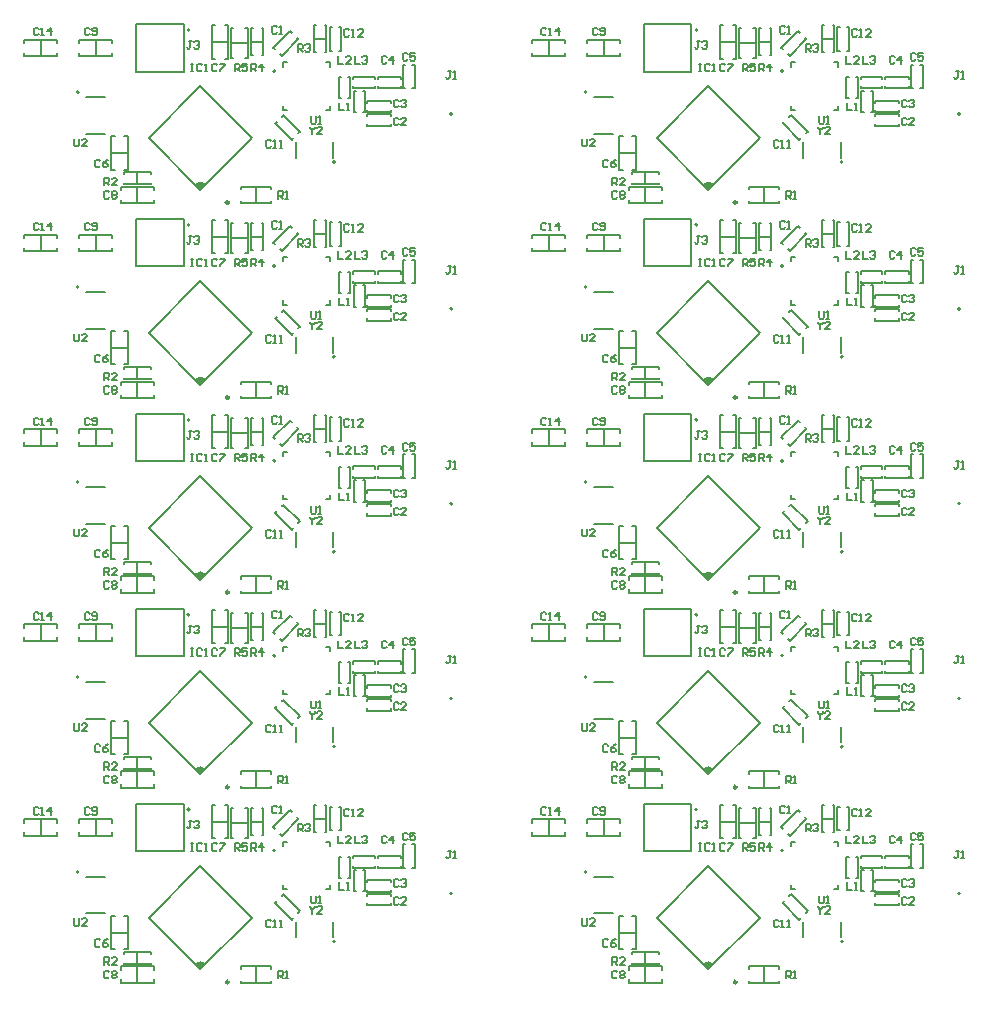
<source format=gto>
G04*
G04 #@! TF.GenerationSoftware,Altium Limited,Altium Designer,22.10.1 (41)*
G04*
G04 Layer_Color=65535*
%FSTAX24Y24*%
%MOIN*%
G70*
G04*
G04 #@! TF.SameCoordinates,5BB37C8D-2695-4AAB-85CC-B91A701228BC*
G04*
G04*
G04 #@! TF.FilePolarity,Positive*
G04*
G01*
G75*
%ADD52C,0.0079*%
%ADD53C,0.0098*%
%ADD54C,0.0059*%
%ADD55C,0.0050*%
%ADD56C,0.0060*%
G36*
X040736Y04033D02*
X040819Y040247D01*
X040652Y04008D01*
X040485Y040247D01*
X040569Y04033D01*
X040736Y04033D01*
D02*
G37*
G36*
X023806D02*
X02389Y040247D01*
X023723Y04008D01*
X023556Y040247D01*
X023639Y04033D01*
X023806Y04033D01*
D02*
G37*
G36*
X040736Y033834D02*
X040819Y033751D01*
X040652Y033584D01*
X040485Y033751D01*
X040569Y033834D01*
X040736Y033834D01*
D02*
G37*
G36*
X023806D02*
X02389Y033751D01*
X023723Y033584D01*
X023556Y033751D01*
X023639Y033834D01*
X023806Y033834D01*
D02*
G37*
G36*
X040736Y027338D02*
X040819Y027254D01*
X040652Y027087D01*
X040485Y027254D01*
X040569Y027338D01*
X040736Y027338D01*
D02*
G37*
G36*
X023806D02*
X02389Y027254D01*
X023723Y027087D01*
X023556Y027254D01*
X023639Y027338D01*
X023806Y027338D01*
D02*
G37*
G36*
X040736Y020842D02*
X040819Y020758D01*
X040652Y020591D01*
X040485Y020758D01*
X040569Y020842D01*
X040736Y020842D01*
D02*
G37*
G36*
X023806D02*
X02389Y020758D01*
X023723Y020591D01*
X023556Y020758D01*
X023639Y020842D01*
X023806Y020842D01*
D02*
G37*
G36*
X040736Y014346D02*
X040819Y014262D01*
X040652Y014095D01*
X040485Y014262D01*
X040569Y014346D01*
X040736Y014346D01*
D02*
G37*
G36*
X023806D02*
X02389Y014262D01*
X023723Y014095D01*
X023556Y014262D01*
X023639Y014346D01*
X023806Y014346D01*
D02*
G37*
D52*
X032117Y016621D02*
G03*
X032117Y016621I-000039J0D01*
G01*
X028212Y015021D02*
G03*
X028212Y015021I-000039J0D01*
G01*
X023362Y019421D02*
G03*
X023362Y019421I-000039J0D01*
G01*
X026219Y01805D02*
G03*
X026219Y01805I-000039J0D01*
G01*
X02389Y014262D02*
G03*
X023556Y014262I-000167J-000167D01*
G01*
X019668Y017345D02*
G03*
X019668Y017345I-000039J0D01*
G01*
X023723Y014095D02*
X025449Y015821D01*
X021997D02*
X023723Y017547D01*
X021997Y015821D02*
X023723Y014095D01*
Y017547D02*
X025449Y015821D01*
X049047Y016621D02*
G03*
X049047Y016621I-000039J0D01*
G01*
X045141Y015021D02*
G03*
X045141Y015021I-000039J0D01*
G01*
X040291Y019421D02*
G03*
X040291Y019421I-000039J0D01*
G01*
X043148Y01805D02*
G03*
X043148Y01805I-000039J0D01*
G01*
X040819Y014262D02*
G03*
X040485Y014262I-000167J-000167D01*
G01*
X036597Y017345D02*
G03*
X036597Y017345I-000039J0D01*
G01*
X040652Y014095D02*
X042378Y015821D01*
X038926D02*
X040652Y017547D01*
X038926Y015821D02*
X040652Y014095D01*
Y017547D02*
X042378Y015821D01*
X032117Y023117D02*
G03*
X032117Y023117I-000039J0D01*
G01*
X028212Y021517D02*
G03*
X028212Y021517I-000039J0D01*
G01*
X023362Y025917D02*
G03*
X023362Y025917I-000039J0D01*
G01*
X026219Y024546D02*
G03*
X026219Y024546I-000039J0D01*
G01*
X02389Y020758D02*
G03*
X023556Y020758I-000167J-000167D01*
G01*
X019668Y023841D02*
G03*
X019668Y023841I-000039J0D01*
G01*
X023723Y020591D02*
X025449Y022317D01*
X021997D02*
X023723Y024043D01*
X021997Y022317D02*
X023723Y020591D01*
Y024043D02*
X025449Y022317D01*
X049047Y023117D02*
G03*
X049047Y023117I-000039J0D01*
G01*
X045141Y021517D02*
G03*
X045141Y021517I-000039J0D01*
G01*
X040291Y025917D02*
G03*
X040291Y025917I-000039J0D01*
G01*
X043148Y024546D02*
G03*
X043148Y024546I-000039J0D01*
G01*
X040819Y020758D02*
G03*
X040485Y020758I-000167J-000167D01*
G01*
X036597Y023841D02*
G03*
X036597Y023841I-000039J0D01*
G01*
X040652Y020591D02*
X042378Y022317D01*
X038926D02*
X040652Y024043D01*
X038926Y022317D02*
X040652Y020591D01*
Y024043D02*
X042378Y022317D01*
X032117Y029613D02*
G03*
X032117Y029613I-000039J0D01*
G01*
X028212Y028013D02*
G03*
X028212Y028013I-000039J0D01*
G01*
X023362Y032413D02*
G03*
X023362Y032413I-000039J0D01*
G01*
X026219Y031042D02*
G03*
X026219Y031042I-000039J0D01*
G01*
X02389Y027254D02*
G03*
X023556Y027254I-000167J-000167D01*
G01*
X019668Y030337D02*
G03*
X019668Y030337I-000039J0D01*
G01*
X023723Y027087D02*
X025449Y028813D01*
X021997D02*
X023723Y030539D01*
X021997Y028813D02*
X023723Y027087D01*
Y030539D02*
X025449Y028813D01*
X049047Y029613D02*
G03*
X049047Y029613I-000039J0D01*
G01*
X045141Y028013D02*
G03*
X045141Y028013I-000039J0D01*
G01*
X040291Y032413D02*
G03*
X040291Y032413I-000039J0D01*
G01*
X043148Y031042D02*
G03*
X043148Y031042I-000039J0D01*
G01*
X040819Y027254D02*
G03*
X040485Y027254I-000167J-000167D01*
G01*
X036597Y030337D02*
G03*
X036597Y030337I-000039J0D01*
G01*
X040652Y027087D02*
X042378Y028813D01*
X038926D02*
X040652Y030539D01*
X038926Y028813D02*
X040652Y027087D01*
Y030539D02*
X042378Y028813D01*
X032117Y03611D02*
G03*
X032117Y03611I-000039J0D01*
G01*
X028212Y03451D02*
G03*
X028212Y03451I-000039J0D01*
G01*
X023362Y03891D02*
G03*
X023362Y03891I-000039J0D01*
G01*
X026219Y037538D02*
G03*
X026219Y037538I-000039J0D01*
G01*
X02389Y033751D02*
G03*
X023556Y033751I-000167J-000167D01*
G01*
X019668Y036834D02*
G03*
X019668Y036834I-000039J0D01*
G01*
X023723Y033584D02*
X025449Y03531D01*
X021997D02*
X023723Y037036D01*
X021997Y03531D02*
X023723Y033584D01*
Y037036D02*
X025449Y03531D01*
X049047Y03611D02*
G03*
X049047Y03611I-000039J0D01*
G01*
X045141Y03451D02*
G03*
X045141Y03451I-000039J0D01*
G01*
X040291Y03891D02*
G03*
X040291Y03891I-000039J0D01*
G01*
X043148Y037538D02*
G03*
X043148Y037538I-000039J0D01*
G01*
X040819Y033751D02*
G03*
X040485Y033751I-000167J-000167D01*
G01*
X036597Y036834D02*
G03*
X036597Y036834I-000039J0D01*
G01*
X040652Y033584D02*
X042378Y03531D01*
X038926D02*
X040652Y037036D01*
X038926Y03531D02*
X040652Y033584D01*
Y037036D02*
X042378Y03531D01*
X032117Y042606D02*
G03*
X032117Y042606I-000039J0D01*
G01*
X028212Y041006D02*
G03*
X028212Y041006I-000039J0D01*
G01*
X023362Y045406D02*
G03*
X023362Y045406I-000039J0D01*
G01*
X026219Y044034D02*
G03*
X026219Y044034I-000039J0D01*
G01*
X02389Y040247D02*
G03*
X023556Y040247I-000167J-000167D01*
G01*
X019668Y04333D02*
G03*
X019668Y04333I-000039J0D01*
G01*
X023723Y04008D02*
X025449Y041806D01*
X021997D02*
X023723Y043532D01*
X021997Y041806D02*
X023723Y04008D01*
Y043532D02*
X025449Y041806D01*
X049047Y042606D02*
G03*
X049047Y042606I-000039J0D01*
G01*
X045141Y041006D02*
G03*
X045141Y041006I-000039J0D01*
G01*
X040291Y045406D02*
G03*
X040291Y045406I-000039J0D01*
G01*
X043148Y044034D02*
G03*
X043148Y044034I-000039J0D01*
G01*
X040819Y040247D02*
G03*
X040485Y040247I-000167J-000167D01*
G01*
X036597Y04333D02*
G03*
X036597Y04333I-000039J0D01*
G01*
X040652Y04008D02*
X042378Y041806D01*
X038926D02*
X040652Y043532D01*
X038926Y041806D02*
X040652Y04008D01*
Y043532D02*
X042378Y041806D01*
D53*
X024672Y013671D02*
G03*
X024672Y013671I-000049J0D01*
G01*
X041601D02*
G03*
X041601Y013671I-000049J0D01*
G01*
X024672Y020167D02*
G03*
X024672Y020167I-000049J0D01*
G01*
X041601D02*
G03*
X041601Y020167I-000049J0D01*
G01*
X024672Y026663D02*
G03*
X024672Y026663I-000049J0D01*
G01*
X041601D02*
G03*
X041601Y026663I-000049J0D01*
G01*
X024672Y03316D02*
G03*
X024672Y03316I-000049J0D01*
G01*
X041601D02*
G03*
X041601Y03316I-000049J0D01*
G01*
X024672Y039656D02*
G03*
X024672Y039656I-000049J0D01*
G01*
X041601D02*
G03*
X041601Y039656I-000049J0D01*
G01*
D54*
X026762Y015754D02*
X026818Y015809D01*
X026205Y016311D02*
X026762Y015754D01*
X026205Y016311D02*
X026261Y016366D01*
X026428Y016533D02*
X026484Y016589D01*
X02704Y016032D01*
X026985Y015976D02*
X02704Y016032D01*
X028826Y016694D02*
X028905D01*
X028826D02*
Y017402D01*
X028905D01*
X029141D02*
X02922D01*
Y016694D02*
Y017402D01*
X029141Y016694D02*
X02922D01*
X028819Y017789D02*
Y017868D01*
X029527D01*
Y017789D02*
Y017868D01*
Y017474D02*
Y017553D01*
X028819Y017474D02*
X029527D01*
X028819D02*
Y017553D01*
X030067Y016989D02*
Y017068D01*
X029279D02*
X030067D01*
X029279Y016989D02*
Y017068D01*
Y016674D02*
Y016753D01*
Y016674D02*
X030067D01*
Y016753D01*
Y016539D02*
Y016618D01*
X029279D02*
X030067D01*
X029279Y016539D02*
Y016618D01*
Y016224D02*
Y016303D01*
Y016224D02*
X030067D01*
Y016303D01*
X028326Y017144D02*
X028405D01*
X028326D02*
Y017852D01*
X028405D01*
X028641D02*
X02872D01*
Y017144D02*
Y017852D01*
X028641Y017144D02*
X02872D01*
X030417Y017553D02*
X030417Y017474D01*
X029629D02*
X030417D01*
X029629D02*
Y017553D01*
Y017789D02*
Y017868D01*
X030417D01*
X030417Y017789D02*
X030417Y017868D01*
X030476Y017478D02*
X030555D01*
X030476D02*
Y018265D01*
X030555Y018265D01*
X030791D02*
X03087Y018265D01*
Y017478D02*
Y018265D01*
X030791Y017478D02*
X03087D01*
X028341Y019515D02*
X02842D01*
Y018728D02*
Y019515D01*
X028341Y018728D02*
X02842D01*
X028026D02*
X028105D01*
X028026D02*
Y019515D01*
X028105D01*
X027523Y019121D02*
X027923D01*
X027873Y019571D02*
X027923D01*
Y018671D02*
Y019571D01*
X027873Y018671D02*
X027923D01*
X027523D02*
X027573D01*
X027523D02*
Y019571D01*
X027573D01*
X026155Y018832D02*
X026211Y018776D01*
X026155Y018832D02*
X026712Y019389D01*
X026768Y019333D01*
X026935Y019166D02*
X02699Y019111D01*
X026434Y018554D02*
X02699Y019111D01*
X026378Y018609D02*
X026434Y018554D01*
X025423Y019471D02*
X025473Y019471D01*
X025423Y018571D02*
Y019471D01*
Y018571D02*
X025473Y018571D01*
X025773D02*
X025823Y018571D01*
Y019471D01*
X025773Y019471D02*
X025823Y019471D01*
X025423Y019021D02*
X025823D01*
X024747Y018971D02*
X025299D01*
X025223Y019471D02*
X025299D01*
Y018471D02*
Y019471D01*
X025223Y018471D02*
X025299D01*
X024747D02*
X024823D01*
X024747D02*
Y019471D01*
X024823D01*
X02079Y018979D02*
Y019097D01*
X019687D02*
X02079D01*
X019687Y018979D02*
Y019097D01*
Y018546D02*
Y018664D01*
Y018546D02*
X02079D01*
Y018664D01*
X020239Y018546D02*
Y019097D01*
X024097Y019021D02*
X024648D01*
X024097Y01847D02*
X024215D01*
X024097D02*
Y019572D01*
X024215D01*
X02453D02*
X024648D01*
Y01847D02*
Y019572D01*
X02453Y01847D02*
X024648D01*
X021623Y014271D02*
Y014671D01*
X021173Y014621D02*
X021173Y014671D01*
X022073D01*
X022073Y014621D02*
X022073Y014671D01*
X022073Y014321D02*
X022073Y014271D01*
X021173D02*
X022073D01*
X021173Y014321D02*
X021173Y014271D01*
X025073Y013646D02*
Y013721D01*
Y013646D02*
X026073D01*
X026073Y013721D01*
X026073Y014197D02*
X026073Y014121D01*
X025073Y014197D02*
X026073D01*
X025073Y014121D02*
Y014197D01*
X025573Y013646D02*
Y014197D01*
X020747Y015321D02*
X021298D01*
X02118Y015872D02*
X021298D01*
Y01477D02*
Y015872D01*
X02118Y01477D02*
X021298D01*
X020747D02*
X020865D01*
X020747D02*
Y015872D01*
X020865D01*
X018958Y018979D02*
Y019097D01*
X017856D02*
X018958D01*
X017856Y018979D02*
Y019097D01*
Y018546D02*
Y018664D01*
Y018546D02*
X018958D01*
Y018664D01*
X018407Y018546D02*
Y019097D01*
X022174Y014079D02*
Y014197D01*
X021072D02*
X022174D01*
X021072Y014079D02*
Y014197D01*
Y013646D02*
Y013764D01*
Y013646D02*
X022174D01*
Y013764D01*
X021623Y013646D02*
Y014197D01*
X043691Y015754D02*
X043747Y015809D01*
X043134Y016311D02*
X043691Y015754D01*
X043134Y016311D02*
X04319Y016366D01*
X043357Y016533D02*
X043413Y016589D01*
X04397Y016032D01*
X043914Y015976D02*
X04397Y016032D01*
X045755Y016694D02*
X045834D01*
X045755D02*
Y017402D01*
X045834D01*
X04607D02*
X046149D01*
Y016694D02*
Y017402D01*
X04607Y016694D02*
X046149D01*
X045748Y017789D02*
Y017868D01*
X046456D01*
Y017789D02*
Y017868D01*
Y017474D02*
Y017553D01*
X045748Y017474D02*
X046456D01*
X045748D02*
Y017553D01*
X046996Y016989D02*
Y017068D01*
X046208D02*
X046996D01*
X046208Y016989D02*
Y017068D01*
Y016674D02*
Y016753D01*
Y016674D02*
X046996D01*
Y016753D01*
Y016539D02*
Y016618D01*
X046208D02*
X046996D01*
X046208Y016539D02*
Y016618D01*
Y016224D02*
Y016303D01*
Y016224D02*
X046996D01*
Y016303D01*
X045255Y017144D02*
X045334D01*
X045255D02*
Y017852D01*
X045334D01*
X04557D02*
X045649D01*
Y017144D02*
Y017852D01*
X04557Y017144D02*
X045649D01*
X047346Y017553D02*
X047346Y017474D01*
X046558D02*
X047346D01*
X046558D02*
Y017553D01*
Y017789D02*
Y017868D01*
X047346D01*
X047346Y017789D02*
X047346Y017868D01*
X047405Y017478D02*
X047484D01*
X047405D02*
Y018265D01*
X047484Y018265D01*
X04772D02*
X047799Y018265D01*
Y017478D02*
Y018265D01*
X04772Y017478D02*
X047799D01*
X04527Y019515D02*
X045349D01*
Y018728D02*
Y019515D01*
X04527Y018728D02*
X045349D01*
X044955D02*
X045034D01*
X044955D02*
Y019515D01*
X045034D01*
X044452Y019121D02*
X044852D01*
X044802Y019571D02*
X044852D01*
Y018671D02*
Y019571D01*
X044802Y018671D02*
X044852D01*
X044452D02*
X044502D01*
X044452D02*
Y019571D01*
X044502D01*
X043084Y018832D02*
X04314Y018776D01*
X043084Y018832D02*
X043641Y019389D01*
X043697Y019333D01*
X043864Y019166D02*
X04392Y019111D01*
X043363Y018554D02*
X04392Y019111D01*
X043307Y018609D02*
X043363Y018554D01*
X042352Y019471D02*
X042402Y019471D01*
X042352Y018571D02*
Y019471D01*
Y018571D02*
X042402Y018571D01*
X042702D02*
X042752Y018571D01*
Y019471D01*
X042702Y019471D02*
X042752Y019471D01*
X042352Y019021D02*
X042752D01*
X041676Y018971D02*
X042228D01*
X042152Y019471D02*
X042228D01*
Y018471D02*
Y019471D01*
X042152Y018471D02*
X042228D01*
X041676D02*
X041752D01*
X041676D02*
Y019471D01*
X041752D01*
X037719Y018979D02*
Y019097D01*
X036617D02*
X037719D01*
X036617Y018979D02*
Y019097D01*
Y018546D02*
Y018664D01*
Y018546D02*
X037719D01*
Y018664D01*
X037168Y018546D02*
Y019097D01*
X041026Y019021D02*
X041578D01*
X041026Y01847D02*
X041145D01*
X041026D02*
Y019572D01*
X041145D01*
X04146D02*
X041578D01*
Y01847D02*
Y019572D01*
X04146Y01847D02*
X041578D01*
X038552Y014271D02*
Y014671D01*
X038102Y014621D02*
X038102Y014671D01*
X039002D01*
X039002Y014621D02*
X039002Y014671D01*
X039002Y014321D02*
X039002Y014271D01*
X038102D02*
X039002D01*
X038102Y014321D02*
X038102Y014271D01*
X042002Y013646D02*
Y013721D01*
Y013646D02*
X043002D01*
X043002Y013721D01*
X043002Y014197D02*
X043002Y014121D01*
X042002Y014197D02*
X043002D01*
X042002Y014121D02*
Y014197D01*
X042502Y013646D02*
Y014197D01*
X037676Y015321D02*
X038228D01*
X03811Y015872D02*
X038228D01*
Y01477D02*
Y015872D01*
X03811Y01477D02*
X038228D01*
X037676D02*
X037795D01*
X037676D02*
Y015872D01*
X037795D01*
X035887Y018979D02*
Y019097D01*
X034785D02*
X035887D01*
X034785Y018979D02*
Y019097D01*
Y018546D02*
Y018664D01*
Y018546D02*
X035887D01*
Y018664D01*
X035336Y018546D02*
Y019097D01*
X039103Y014079D02*
Y014197D01*
X038001D02*
X039103D01*
X038001Y014079D02*
Y014197D01*
Y013646D02*
Y013764D01*
Y013646D02*
X039103D01*
Y013764D01*
X038552Y013646D02*
Y014197D01*
X026762Y02225D02*
X026818Y022305D01*
X026205Y022807D02*
X026762Y02225D01*
X026205Y022807D02*
X026261Y022862D01*
X026428Y023029D02*
X026484Y023085D01*
X02704Y022528D01*
X026985Y022473D02*
X02704Y022528D01*
X028826Y02319D02*
X028905D01*
X028826D02*
Y023898D01*
X028905D01*
X029141D02*
X02922D01*
Y02319D02*
Y023898D01*
X029141Y02319D02*
X02922D01*
X028819Y024286D02*
Y024364D01*
X029527D01*
Y024286D02*
Y024364D01*
Y023971D02*
Y024049D01*
X028819Y023971D02*
X029527D01*
X028819D02*
Y024049D01*
X030067Y023486D02*
Y023564D01*
X029279D02*
X030067D01*
X029279Y023486D02*
Y023564D01*
Y023171D02*
Y023249D01*
Y023171D02*
X030067D01*
Y023249D01*
Y023036D02*
Y023114D01*
X029279D02*
X030067D01*
X029279Y023036D02*
Y023114D01*
Y022721D02*
Y022799D01*
Y022721D02*
X030067D01*
Y022799D01*
X028326Y02364D02*
X028405D01*
X028326D02*
Y024348D01*
X028405D01*
X028641D02*
X02872D01*
Y02364D02*
Y024348D01*
X028641Y02364D02*
X02872D01*
X030417Y024049D02*
X030417Y023971D01*
X029629D02*
X030417D01*
X029629D02*
Y024049D01*
Y024286D02*
Y024364D01*
X030417D01*
X030417Y024285D02*
X030417Y024364D01*
X030476Y023974D02*
X030555D01*
X030476D02*
Y024761D01*
X030555Y024761D01*
X030791D02*
X03087Y024761D01*
Y023974D02*
Y024761D01*
X030791Y023974D02*
X03087D01*
X028341Y026011D02*
X02842D01*
Y025224D02*
Y026011D01*
X028341Y025224D02*
X02842D01*
X028026D02*
X028105D01*
X028026D02*
Y026011D01*
X028105D01*
X027523Y025617D02*
X027923D01*
X027873Y026067D02*
X027923D01*
Y025167D02*
Y026067D01*
X027873Y025167D02*
X027923D01*
X027523D02*
X027573D01*
X027523D02*
Y026067D01*
X027573D01*
X026155Y025328D02*
X026211Y025273D01*
X026155Y025328D02*
X026712Y025885D01*
X026768Y025829D01*
X026935Y025662D02*
X02699Y025607D01*
X026434Y02505D02*
X02699Y025607D01*
X026378Y025105D02*
X026434Y02505D01*
X025423Y025967D02*
X025473Y025967D01*
X025423Y025067D02*
Y025967D01*
Y025067D02*
X025473Y025067D01*
X025773D02*
X025823Y025067D01*
Y025967D01*
X025773Y025967D02*
X025823Y025967D01*
X025423Y025517D02*
X025823D01*
X024747Y025467D02*
X025299D01*
X025223Y025967D02*
X025299D01*
Y024967D02*
Y025967D01*
X025223Y024967D02*
X025299D01*
X024747D02*
X024823D01*
X024747D02*
Y025967D01*
X024823D01*
X02079Y025475D02*
Y025593D01*
X019687D02*
X02079D01*
X019687Y025475D02*
Y025593D01*
Y025042D02*
Y02516D01*
Y025042D02*
X02079D01*
Y02516D01*
X020239Y025042D02*
Y025593D01*
X024097Y025517D02*
X024648D01*
X024097Y024966D02*
X024215D01*
X024097D02*
Y026069D01*
X024215D01*
X02453D02*
X024648D01*
Y024966D02*
Y026069D01*
X02453Y024966D02*
X024648D01*
X021623Y020767D02*
Y021167D01*
X021173Y021117D02*
X021173Y021167D01*
X022073D01*
X022073Y021117D02*
X022073Y021167D01*
X022073Y020817D02*
X022073Y020767D01*
X021173D02*
X022073D01*
X021173Y020817D02*
X021173Y020767D01*
X025073Y020142D02*
Y020217D01*
Y020142D02*
X026073D01*
X026073Y020217D01*
X026073Y020693D02*
X026073Y020617D01*
X025073Y020693D02*
X026073D01*
X025073Y020617D02*
Y020693D01*
X025573Y020142D02*
Y020693D01*
X020747Y021817D02*
X021298D01*
X02118Y022369D02*
X021298D01*
Y021266D02*
Y022369D01*
X02118Y021266D02*
X021298D01*
X020747D02*
X020865D01*
X020747D02*
Y022369D01*
X020865D01*
X018958Y025475D02*
Y025593D01*
X017856D02*
X018958D01*
X017856Y025475D02*
Y025593D01*
Y025042D02*
Y02516D01*
Y025042D02*
X018958D01*
Y02516D01*
X018407Y025042D02*
Y025593D01*
X022174Y020575D02*
Y020693D01*
X021072D02*
X022174D01*
X021072Y020575D02*
Y020693D01*
Y020142D02*
Y02026D01*
Y020142D02*
X022174D01*
Y02026D01*
X021623Y020142D02*
Y020693D01*
X043691Y02225D02*
X043747Y022305D01*
X043134Y022807D02*
X043691Y02225D01*
X043134Y022807D02*
X04319Y022862D01*
X043357Y023029D02*
X043413Y023085D01*
X04397Y022528D01*
X043914Y022473D02*
X04397Y022528D01*
X045755Y02319D02*
X045834D01*
X045755D02*
Y023898D01*
X045834D01*
X04607D02*
X046149D01*
Y02319D02*
Y023898D01*
X04607Y02319D02*
X046149D01*
X045748Y024286D02*
Y024364D01*
X046456D01*
Y024286D02*
Y024364D01*
Y023971D02*
Y024049D01*
X045748Y023971D02*
X046456D01*
X045748D02*
Y024049D01*
X046996Y023486D02*
Y023564D01*
X046208D02*
X046996D01*
X046208Y023486D02*
Y023564D01*
Y023171D02*
Y023249D01*
Y023171D02*
X046996D01*
Y023249D01*
Y023036D02*
Y023114D01*
X046208D02*
X046996D01*
X046208Y023036D02*
Y023114D01*
Y022721D02*
Y022799D01*
Y022721D02*
X046996D01*
Y022799D01*
X045255Y02364D02*
X045334D01*
X045255D02*
Y024348D01*
X045334D01*
X04557D02*
X045649D01*
Y02364D02*
Y024348D01*
X04557Y02364D02*
X045649D01*
X047346Y024049D02*
X047346Y023971D01*
X046558D02*
X047346D01*
X046558D02*
Y024049D01*
Y024286D02*
Y024364D01*
X047346D01*
X047346Y024285D02*
X047346Y024364D01*
X047405Y023974D02*
X047484D01*
X047405D02*
Y024761D01*
X047484Y024761D01*
X04772D02*
X047799Y024761D01*
Y023974D02*
Y024761D01*
X04772Y023974D02*
X047799D01*
X04527Y026011D02*
X045349D01*
Y025224D02*
Y026011D01*
X04527Y025224D02*
X045349D01*
X044955D02*
X045034D01*
X044955D02*
Y026011D01*
X045034D01*
X044452Y025617D02*
X044852D01*
X044802Y026067D02*
X044852D01*
Y025167D02*
Y026067D01*
X044802Y025167D02*
X044852D01*
X044452D02*
X044502D01*
X044452D02*
Y026067D01*
X044502D01*
X043084Y025328D02*
X04314Y025273D01*
X043084Y025328D02*
X043641Y025885D01*
X043697Y025829D01*
X043864Y025662D02*
X04392Y025607D01*
X043363Y02505D02*
X04392Y025607D01*
X043307Y025105D02*
X043363Y02505D01*
X042352Y025967D02*
X042402Y025967D01*
X042352Y025067D02*
Y025967D01*
Y025067D02*
X042402Y025067D01*
X042702D02*
X042752Y025067D01*
Y025967D01*
X042702Y025967D02*
X042752Y025967D01*
X042352Y025517D02*
X042752D01*
X041676Y025467D02*
X042228D01*
X042152Y025967D02*
X042228D01*
Y024967D02*
Y025967D01*
X042152Y024967D02*
X042228D01*
X041676D02*
X041752D01*
X041676D02*
Y025967D01*
X041752D01*
X037719Y025475D02*
Y025593D01*
X036617D02*
X037719D01*
X036617Y025475D02*
Y025593D01*
Y025042D02*
Y02516D01*
Y025042D02*
X037719D01*
Y02516D01*
X037168Y025042D02*
Y025593D01*
X041026Y025517D02*
X041578D01*
X041026Y024966D02*
X041145D01*
X041026D02*
Y026069D01*
X041145D01*
X04146D02*
X041578D01*
Y024966D02*
Y026069D01*
X04146Y024966D02*
X041578D01*
X038552Y020767D02*
Y021167D01*
X038102Y021117D02*
X038102Y021167D01*
X039002D01*
X039002Y021117D02*
X039002Y021167D01*
X039002Y020817D02*
X039002Y020767D01*
X038102D02*
X039002D01*
X038102Y020817D02*
X038102Y020767D01*
X042002Y020142D02*
Y020217D01*
Y020142D02*
X043002D01*
X043002Y020217D01*
X043002Y020693D02*
X043002Y020617D01*
X042002Y020693D02*
X043002D01*
X042002Y020617D02*
Y020693D01*
X042502Y020142D02*
Y020693D01*
X037676Y021817D02*
X038228D01*
X03811Y022369D02*
X038228D01*
Y021266D02*
Y022369D01*
X03811Y021266D02*
X038228D01*
X037676D02*
X037795D01*
X037676D02*
Y022369D01*
X037795D01*
X035887Y025475D02*
Y025593D01*
X034785D02*
X035887D01*
X034785Y025475D02*
Y025593D01*
Y025042D02*
Y02516D01*
Y025042D02*
X035887D01*
Y02516D01*
X035336Y025042D02*
Y025593D01*
X039103Y020575D02*
Y020693D01*
X038001D02*
X039103D01*
X038001Y020575D02*
Y020693D01*
Y020142D02*
Y02026D01*
Y020142D02*
X039103D01*
Y02026D01*
X038552Y020142D02*
Y020693D01*
X026762Y028746D02*
X026818Y028802D01*
X026205Y029303D02*
X026762Y028746D01*
X026205Y029303D02*
X026261Y029358D01*
X026428Y029525D02*
X026484Y029581D01*
X02704Y029024D01*
X026985Y028969D02*
X02704Y029024D01*
X028826Y029686D02*
X028905D01*
X028826D02*
Y030395D01*
X028905D01*
X029141D02*
X02922D01*
Y029686D02*
Y030395D01*
X029141Y029686D02*
X02922D01*
X028819Y030782D02*
Y03086D01*
X029527D01*
Y030782D02*
Y03086D01*
Y030467D02*
Y030545D01*
X028819Y030467D02*
X029527D01*
X028819D02*
Y030545D01*
X030067Y029982D02*
Y03006D01*
X029279D02*
X030067D01*
X029279Y029982D02*
Y03006D01*
Y029667D02*
Y029745D01*
Y029667D02*
X030067D01*
Y029745D01*
Y029532D02*
Y02961D01*
X029279D02*
X030067D01*
X029279Y029532D02*
Y02961D01*
Y029217D02*
Y029295D01*
Y029217D02*
X030067D01*
Y029295D01*
X028326Y030136D02*
X028405D01*
X028326D02*
Y030845D01*
X028405D01*
X028641D02*
X02872D01*
Y030136D02*
Y030845D01*
X028641Y030136D02*
X02872D01*
X030417Y030545D02*
X030417Y030467D01*
X029629D02*
X030417D01*
X029629D02*
Y030545D01*
Y030782D02*
Y03086D01*
X030417D01*
X030417Y030782D02*
X030417Y03086D01*
X030476Y03047D02*
X030555D01*
X030476D02*
Y031257D01*
X030555Y031257D01*
X030791D02*
X03087Y031257D01*
Y03047D02*
Y031257D01*
X030791Y03047D02*
X03087D01*
X028341Y032507D02*
X02842D01*
Y03172D02*
Y032507D01*
X028341Y03172D02*
X02842D01*
X028026D02*
X028105D01*
X028026D02*
Y032507D01*
X028105D01*
X027523Y032113D02*
X027923D01*
X027873Y032563D02*
X027923D01*
Y031663D02*
Y032563D01*
X027873Y031663D02*
X027923D01*
X027523D02*
X027573D01*
X027523D02*
Y032563D01*
X027573D01*
X026155Y031824D02*
X026211Y031769D01*
X026155Y031824D02*
X026712Y032381D01*
X026768Y032325D01*
X026935Y032158D02*
X02699Y032103D01*
X026434Y031546D02*
X02699Y032103D01*
X026378Y031602D02*
X026434Y031546D01*
X025423Y032463D02*
X025473Y032463D01*
X025423Y031563D02*
Y032463D01*
Y031563D02*
X025473Y031563D01*
X025773D02*
X025823Y031563D01*
Y032463D01*
X025773Y032463D02*
X025823Y032463D01*
X025423Y032013D02*
X025823D01*
X024747Y031963D02*
X025299D01*
X025223Y032463D02*
X025299D01*
Y031463D02*
Y032463D01*
X025223Y031463D02*
X025299D01*
X024747D02*
X024823D01*
X024747D02*
Y032463D01*
X024823D01*
X02079Y031971D02*
Y032089D01*
X019687D02*
X02079D01*
X019687Y031971D02*
Y032089D01*
Y031538D02*
Y031656D01*
Y031538D02*
X02079D01*
Y031656D01*
X020239Y031538D02*
Y032089D01*
X024097Y032013D02*
X024648D01*
X024097Y031462D02*
X024215D01*
X024097D02*
Y032565D01*
X024215D01*
X02453D02*
X024648D01*
Y031462D02*
Y032565D01*
X02453Y031462D02*
X024648D01*
X021623Y027263D02*
Y027663D01*
X021173Y027613D02*
X021173Y027663D01*
X022073D01*
X022073Y027613D02*
X022073Y027663D01*
X022073Y027313D02*
X022073Y027263D01*
X021173D02*
X022073D01*
X021173Y027313D02*
X021173Y027263D01*
X025073Y026638D02*
Y026713D01*
Y026638D02*
X026073D01*
X026073Y026713D01*
X026073Y027189D02*
X026073Y027113D01*
X025073Y027189D02*
X026073D01*
X025073Y027113D02*
Y027189D01*
X025573Y026638D02*
Y027189D01*
X020747Y028313D02*
X021298D01*
X02118Y028865D02*
X021298D01*
Y027762D02*
Y028865D01*
X02118Y027762D02*
X021298D01*
X020747D02*
X020865D01*
X020747D02*
Y028865D01*
X020865D01*
X018958Y031971D02*
Y032089D01*
X017856D02*
X018958D01*
X017856Y031971D02*
Y032089D01*
Y031538D02*
Y031656D01*
Y031538D02*
X018958D01*
Y031656D01*
X018407Y031538D02*
Y032089D01*
X022174Y027071D02*
Y027189D01*
X021072D02*
X022174D01*
X021072Y027071D02*
Y027189D01*
Y026638D02*
Y026756D01*
Y026638D02*
X022174D01*
Y026756D01*
X021623Y026638D02*
Y027189D01*
X043691Y028746D02*
X043747Y028802D01*
X043134Y029303D02*
X043691Y028746D01*
X043134Y029303D02*
X04319Y029358D01*
X043357Y029525D02*
X043413Y029581D01*
X04397Y029024D01*
X043914Y028969D02*
X04397Y029024D01*
X045755Y029686D02*
X045834D01*
X045755D02*
Y030395D01*
X045834D01*
X04607D02*
X046149D01*
Y029686D02*
Y030395D01*
X04607Y029686D02*
X046149D01*
X045748Y030782D02*
Y03086D01*
X046456D01*
Y030782D02*
Y03086D01*
Y030467D02*
Y030545D01*
X045748Y030467D02*
X046456D01*
X045748D02*
Y030545D01*
X046996Y029982D02*
Y03006D01*
X046208D02*
X046996D01*
X046208Y029982D02*
Y03006D01*
Y029667D02*
Y029745D01*
Y029667D02*
X046996D01*
Y029745D01*
Y029532D02*
Y02961D01*
X046208D02*
X046996D01*
X046208Y029532D02*
Y02961D01*
Y029217D02*
Y029295D01*
Y029217D02*
X046996D01*
Y029295D01*
X045255Y030136D02*
X045334D01*
X045255D02*
Y030845D01*
X045334D01*
X04557D02*
X045649D01*
Y030136D02*
Y030845D01*
X04557Y030136D02*
X045649D01*
X047346Y030545D02*
X047346Y030467D01*
X046558D02*
X047346D01*
X046558D02*
Y030545D01*
Y030782D02*
Y03086D01*
X047346D01*
X047346Y030782D02*
X047346Y03086D01*
X047405Y03047D02*
X047484D01*
X047405D02*
Y031257D01*
X047484Y031257D01*
X04772D02*
X047799Y031257D01*
Y03047D02*
Y031257D01*
X04772Y03047D02*
X047799D01*
X04527Y032507D02*
X045349D01*
Y03172D02*
Y032507D01*
X04527Y03172D02*
X045349D01*
X044955D02*
X045034D01*
X044955D02*
Y032507D01*
X045034D01*
X044452Y032113D02*
X044852D01*
X044802Y032563D02*
X044852D01*
Y031663D02*
Y032563D01*
X044802Y031663D02*
X044852D01*
X044452D02*
X044502D01*
X044452D02*
Y032563D01*
X044502D01*
X043084Y031824D02*
X04314Y031769D01*
X043084Y031824D02*
X043641Y032381D01*
X043697Y032325D01*
X043864Y032158D02*
X04392Y032103D01*
X043363Y031546D02*
X04392Y032103D01*
X043307Y031602D02*
X043363Y031546D01*
X042352Y032463D02*
X042402Y032463D01*
X042352Y031563D02*
Y032463D01*
Y031563D02*
X042402Y031563D01*
X042702D02*
X042752Y031563D01*
Y032463D01*
X042702Y032463D02*
X042752Y032463D01*
X042352Y032013D02*
X042752D01*
X041676Y031963D02*
X042228D01*
X042152Y032463D02*
X042228D01*
Y031463D02*
Y032463D01*
X042152Y031463D02*
X042228D01*
X041676D02*
X041752D01*
X041676D02*
Y032463D01*
X041752D01*
X037719Y031971D02*
Y032089D01*
X036617D02*
X037719D01*
X036617Y031971D02*
Y032089D01*
Y031538D02*
Y031656D01*
Y031538D02*
X037719D01*
Y031656D01*
X037168Y031538D02*
Y032089D01*
X041026Y032013D02*
X041578D01*
X041026Y031462D02*
X041145D01*
X041026D02*
Y032565D01*
X041145D01*
X04146D02*
X041578D01*
Y031462D02*
Y032565D01*
X04146Y031462D02*
X041578D01*
X038552Y027263D02*
Y027663D01*
X038102Y027613D02*
X038102Y027663D01*
X039002D01*
X039002Y027613D02*
X039002Y027663D01*
X039002Y027313D02*
X039002Y027263D01*
X038102D02*
X039002D01*
X038102Y027313D02*
X038102Y027263D01*
X042002Y026638D02*
Y026713D01*
Y026638D02*
X043002D01*
X043002Y026713D01*
X043002Y027189D02*
X043002Y027113D01*
X042002Y027189D02*
X043002D01*
X042002Y027113D02*
Y027189D01*
X042502Y026638D02*
Y027189D01*
X037676Y028313D02*
X038228D01*
X03811Y028865D02*
X038228D01*
Y027762D02*
Y028865D01*
X03811Y027762D02*
X038228D01*
X037676D02*
X037795D01*
X037676D02*
Y028865D01*
X037795D01*
X035887Y031971D02*
Y032089D01*
X034785D02*
X035887D01*
X034785Y031971D02*
Y032089D01*
Y031538D02*
Y031656D01*
Y031538D02*
X035887D01*
Y031656D01*
X035336Y031538D02*
Y032089D01*
X039103Y027071D02*
Y027189D01*
X038001D02*
X039103D01*
X038001Y027071D02*
Y027189D01*
Y026638D02*
Y026756D01*
Y026638D02*
X039103D01*
Y026756D01*
X038552Y026638D02*
Y027189D01*
X026762Y035242D02*
X026818Y035298D01*
X026205Y035799D02*
X026762Y035242D01*
X026205Y035799D02*
X026261Y035854D01*
X026428Y036021D02*
X026484Y036077D01*
X02704Y03552D01*
X026985Y035465D02*
X02704Y03552D01*
X028826Y036182D02*
X028905D01*
X028826D02*
Y036891D01*
X028905D01*
X029141D02*
X02922D01*
Y036182D02*
Y036891D01*
X029141Y036182D02*
X02922D01*
X028819Y037278D02*
Y037356D01*
X029527D01*
Y037278D02*
Y037356D01*
Y036963D02*
Y037041D01*
X028819Y036963D02*
X029527D01*
X028819D02*
Y037041D01*
X030067Y036478D02*
Y036556D01*
X029279D02*
X030067D01*
X029279Y036478D02*
Y036556D01*
Y036163D02*
Y036241D01*
Y036163D02*
X030067D01*
Y036241D01*
Y036028D02*
Y036106D01*
X029279D02*
X030067D01*
X029279Y036028D02*
Y036106D01*
Y035713D02*
Y035791D01*
Y035713D02*
X030067D01*
Y035791D01*
X028326Y036632D02*
X028405D01*
X028326D02*
Y037341D01*
X028405D01*
X028641D02*
X02872D01*
Y036632D02*
Y037341D01*
X028641Y036632D02*
X02872D01*
X030417Y037041D02*
X030417Y036963D01*
X029629D02*
X030417D01*
X029629D02*
Y037041D01*
Y037278D02*
Y037356D01*
X030417D01*
X030417Y037278D02*
X030417Y037356D01*
X030476Y036966D02*
X030555D01*
X030476D02*
Y037753D01*
X030555Y037753D01*
X030791D02*
X03087Y037753D01*
Y036966D02*
Y037753D01*
X030791Y036966D02*
X03087D01*
X028341Y039003D02*
X02842D01*
Y038216D02*
Y039003D01*
X028341Y038216D02*
X02842D01*
X028026D02*
X028105D01*
X028026D02*
Y039003D01*
X028105D01*
X027523Y03861D02*
X027923D01*
X027873Y03906D02*
X027923D01*
Y03816D02*
Y03906D01*
X027873Y03816D02*
X027923D01*
X027523D02*
X027573D01*
X027523D02*
Y03906D01*
X027573D01*
X026155Y03832D02*
X026211Y038265D01*
X026155Y03832D02*
X026712Y038877D01*
X026768Y038821D01*
X026935Y038654D02*
X02699Y038599D01*
X026434Y038042D02*
X02699Y038599D01*
X026378Y038098D02*
X026434Y038042D01*
X025423Y03896D02*
X025473Y03896D01*
X025423Y03806D02*
Y03896D01*
Y03806D02*
X025473Y03806D01*
X025773D02*
X025823Y03806D01*
Y03896D01*
X025773Y03896D02*
X025823Y03896D01*
X025423Y03851D02*
X025823D01*
X024747Y03846D02*
X025299D01*
X025223Y03896D02*
X025299D01*
Y03796D02*
Y03896D01*
X025223Y03796D02*
X025299D01*
X024747D02*
X024823D01*
X024747D02*
Y03896D01*
X024823D01*
X02079Y038467D02*
Y038585D01*
X019687D02*
X02079D01*
X019687Y038467D02*
Y038585D01*
Y038034D02*
Y038152D01*
Y038034D02*
X02079D01*
Y038152D01*
X020239Y038034D02*
Y038585D01*
X024097Y03851D02*
X024648D01*
X024097Y037958D02*
X024215D01*
X024097D02*
Y039061D01*
X024215D01*
X02453D02*
X024648D01*
Y037958D02*
Y039061D01*
X02453Y037958D02*
X024648D01*
X021623Y03376D02*
Y03416D01*
X021173Y03411D02*
X021173Y03416D01*
X022073D01*
X022073Y03411D02*
X022073Y03416D01*
X022073Y03381D02*
X022073Y03376D01*
X021173D02*
X022073D01*
X021173Y03381D02*
X021173Y03376D01*
X025073Y033134D02*
Y03321D01*
Y033134D02*
X026073D01*
X026073Y03321D01*
X026073Y033685D02*
X026073Y03361D01*
X025073Y033685D02*
X026073D01*
X025073Y03361D02*
Y033685D01*
X025573Y033134D02*
Y033685D01*
X020747Y03481D02*
X021298D01*
X02118Y035361D02*
X021298D01*
Y034258D02*
Y035361D01*
X02118Y034258D02*
X021298D01*
X020747D02*
X020865D01*
X020747D02*
Y035361D01*
X020865D01*
X018958Y038467D02*
Y038585D01*
X017856D02*
X018958D01*
X017856Y038467D02*
Y038585D01*
Y038034D02*
Y038152D01*
Y038034D02*
X018958D01*
Y038152D01*
X018407Y038034D02*
Y038585D01*
X022174Y033567D02*
Y033685D01*
X021072D02*
X022174D01*
X021072Y033567D02*
Y033685D01*
Y033134D02*
Y033252D01*
Y033134D02*
X022174D01*
Y033252D01*
X021623Y033134D02*
Y033685D01*
X043691Y035242D02*
X043747Y035298D01*
X043134Y035799D02*
X043691Y035242D01*
X043134Y035799D02*
X04319Y035854D01*
X043357Y036021D02*
X043413Y036077D01*
X04397Y03552D01*
X043914Y035465D02*
X04397Y03552D01*
X045755Y036182D02*
X045834D01*
X045755D02*
Y036891D01*
X045834D01*
X04607D02*
X046149D01*
Y036182D02*
Y036891D01*
X04607Y036182D02*
X046149D01*
X045748Y037278D02*
Y037356D01*
X046456D01*
Y037278D02*
Y037356D01*
Y036963D02*
Y037041D01*
X045748Y036963D02*
X046456D01*
X045748D02*
Y037041D01*
X046996Y036478D02*
Y036556D01*
X046208D02*
X046996D01*
X046208Y036478D02*
Y036556D01*
Y036163D02*
Y036241D01*
Y036163D02*
X046996D01*
Y036241D01*
Y036028D02*
Y036106D01*
X046208D02*
X046996D01*
X046208Y036028D02*
Y036106D01*
Y035713D02*
Y035791D01*
Y035713D02*
X046996D01*
Y035791D01*
X045255Y036632D02*
X045334D01*
X045255D02*
Y037341D01*
X045334D01*
X04557D02*
X045649D01*
Y036632D02*
Y037341D01*
X04557Y036632D02*
X045649D01*
X047346Y037041D02*
X047346Y036963D01*
X046558D02*
X047346D01*
X046558D02*
Y037041D01*
Y037278D02*
Y037356D01*
X047346D01*
X047346Y037278D02*
X047346Y037356D01*
X047405Y036966D02*
X047484D01*
X047405D02*
Y037753D01*
X047484Y037753D01*
X04772D02*
X047799Y037753D01*
Y036966D02*
Y037753D01*
X04772Y036966D02*
X047799D01*
X04527Y039003D02*
X045349D01*
Y038216D02*
Y039003D01*
X04527Y038216D02*
X045349D01*
X044955D02*
X045034D01*
X044955D02*
Y039003D01*
X045034D01*
X044452Y03861D02*
X044852D01*
X044802Y03906D02*
X044852D01*
Y03816D02*
Y03906D01*
X044802Y03816D02*
X044852D01*
X044452D02*
X044502D01*
X044452D02*
Y03906D01*
X044502D01*
X043084Y03832D02*
X04314Y038265D01*
X043084Y03832D02*
X043641Y038877D01*
X043697Y038821D01*
X043864Y038654D02*
X04392Y038599D01*
X043363Y038042D02*
X04392Y038599D01*
X043307Y038098D02*
X043363Y038042D01*
X042352Y03896D02*
X042402Y03896D01*
X042352Y03806D02*
Y03896D01*
Y03806D02*
X042402Y03806D01*
X042702D02*
X042752Y03806D01*
Y03896D01*
X042702Y03896D02*
X042752Y03896D01*
X042352Y03851D02*
X042752D01*
X041676Y03846D02*
X042228D01*
X042152Y03896D02*
X042228D01*
Y03796D02*
Y03896D01*
X042152Y03796D02*
X042228D01*
X041676D02*
X041752D01*
X041676D02*
Y03896D01*
X041752D01*
X037719Y038467D02*
Y038585D01*
X036617D02*
X037719D01*
X036617Y038467D02*
Y038585D01*
Y038034D02*
Y038152D01*
Y038034D02*
X037719D01*
Y038152D01*
X037168Y038034D02*
Y038585D01*
X041026Y03851D02*
X041578D01*
X041026Y037958D02*
X041145D01*
X041026D02*
Y039061D01*
X041145D01*
X04146D02*
X041578D01*
Y037958D02*
Y039061D01*
X04146Y037958D02*
X041578D01*
X038552Y03376D02*
Y03416D01*
X038102Y03411D02*
X038102Y03416D01*
X039002D01*
X039002Y03411D02*
X039002Y03416D01*
X039002Y03381D02*
X039002Y03376D01*
X038102D02*
X039002D01*
X038102Y03381D02*
X038102Y03376D01*
X042002Y033134D02*
Y03321D01*
Y033134D02*
X043002D01*
X043002Y03321D01*
X043002Y033685D02*
X043002Y03361D01*
X042002Y033685D02*
X043002D01*
X042002Y03361D02*
Y033685D01*
X042502Y033134D02*
Y033685D01*
X037676Y03481D02*
X038228D01*
X03811Y035361D02*
X038228D01*
Y034258D02*
Y035361D01*
X03811Y034258D02*
X038228D01*
X037676D02*
X037795D01*
X037676D02*
Y035361D01*
X037795D01*
X035887Y038467D02*
Y038585D01*
X034785D02*
X035887D01*
X034785Y038467D02*
Y038585D01*
Y038034D02*
Y038152D01*
Y038034D02*
X035887D01*
Y038152D01*
X035336Y038034D02*
Y038585D01*
X039103Y033567D02*
Y033685D01*
X038001D02*
X039103D01*
X038001Y033567D02*
Y033685D01*
Y033134D02*
Y033252D01*
Y033134D02*
X039103D01*
Y033252D01*
X038552Y033134D02*
Y033685D01*
X026762Y041738D02*
X026818Y041794D01*
X026205Y042295D02*
X026762Y041738D01*
X026205Y042295D02*
X026261Y04235D01*
X026428Y042517D02*
X026484Y042573D01*
X02704Y042016D01*
X026985Y041961D02*
X02704Y042016D01*
X028826Y042678D02*
X028905D01*
X028826D02*
Y043387D01*
X028905D01*
X029141D02*
X02922D01*
Y042678D02*
Y043387D01*
X029141Y042678D02*
X02922D01*
X028819Y043774D02*
Y043852D01*
X029527D01*
Y043774D02*
Y043852D01*
Y043459D02*
Y043537D01*
X028819Y043459D02*
X029527D01*
X028819D02*
Y043537D01*
X030067Y042974D02*
Y043052D01*
X029279D02*
X030067D01*
X029279Y042974D02*
Y043052D01*
Y042659D02*
Y042737D01*
Y042659D02*
X030067D01*
Y042737D01*
Y042524D02*
Y042602D01*
X029279D02*
X030067D01*
X029279Y042524D02*
Y042602D01*
Y042209D02*
Y042287D01*
Y042209D02*
X030067D01*
Y042287D01*
X028326Y043128D02*
X028405D01*
X028326D02*
Y043837D01*
X028405D01*
X028641D02*
X02872D01*
Y043128D02*
Y043837D01*
X028641Y043128D02*
X02872D01*
X030417Y043537D02*
X030417Y043459D01*
X029629D02*
X030417D01*
X029629D02*
Y043537D01*
Y043774D02*
Y043852D01*
X030417D01*
X030417Y043774D02*
X030417Y043852D01*
X030476Y043462D02*
X030555D01*
X030476D02*
Y044249D01*
X030555Y044249D01*
X030791D02*
X03087Y044249D01*
Y043462D02*
Y044249D01*
X030791Y043462D02*
X03087D01*
X028341Y045499D02*
X02842D01*
Y044712D02*
Y045499D01*
X028341Y044712D02*
X02842D01*
X028026D02*
X028105D01*
X028026D02*
Y045499D01*
X028105D01*
X027523Y045106D02*
X027923D01*
X027873Y045556D02*
X027923D01*
Y044656D02*
Y045556D01*
X027873Y044656D02*
X027923D01*
X027523D02*
X027573D01*
X027523D02*
Y045556D01*
X027573D01*
X026155Y044816D02*
X026211Y044761D01*
X026155Y044816D02*
X026712Y045373D01*
X026768Y045317D01*
X026935Y04515D02*
X02699Y045095D01*
X026434Y044538D02*
X02699Y045095D01*
X026378Y044594D02*
X026434Y044538D01*
X025423Y045456D02*
X025473Y045456D01*
X025423Y044556D02*
Y045456D01*
Y044556D02*
X025473Y044556D01*
X025773D02*
X025823Y044556D01*
Y045456D01*
X025773Y045456D02*
X025823Y045456D01*
X025423Y045006D02*
X025823D01*
X024747Y044956D02*
X025299D01*
X025223Y045456D02*
X025299D01*
Y044456D02*
Y045456D01*
X025223Y044456D02*
X025299D01*
X024747D02*
X024823D01*
X024747D02*
Y045456D01*
X024823D01*
X02079Y044963D02*
Y045081D01*
X019687D02*
X02079D01*
X019687Y044963D02*
Y045081D01*
Y04453D02*
Y044648D01*
Y04453D02*
X02079D01*
Y044648D01*
X020239Y04453D02*
Y045081D01*
X024097Y045006D02*
X024648D01*
X024097Y044454D02*
X024215D01*
X024097D02*
Y045557D01*
X024215D01*
X02453D02*
X024648D01*
Y044454D02*
Y045557D01*
X02453Y044454D02*
X024648D01*
X021623Y040256D02*
Y040656D01*
X021173Y040606D02*
X021173Y040656D01*
X022073D01*
X022073Y040606D02*
X022073Y040656D01*
X022073Y040306D02*
X022073Y040256D01*
X021173D02*
X022073D01*
X021173Y040306D02*
X021173Y040256D01*
X025073Y03963D02*
Y039706D01*
Y03963D02*
X026073D01*
X026073Y039706D01*
X026073Y040181D02*
X026073Y040106D01*
X025073Y040181D02*
X026073D01*
X025073Y040106D02*
Y040181D01*
X025573Y03963D02*
Y040181D01*
X020747Y041306D02*
X021298D01*
X02118Y041857D02*
X021298D01*
Y040754D02*
Y041857D01*
X02118Y040754D02*
X021298D01*
X020747D02*
X020865D01*
X020747D02*
Y041857D01*
X020865D01*
X018958Y044963D02*
Y045081D01*
X017856D02*
X018958D01*
X017856Y044963D02*
Y045081D01*
Y04453D02*
Y044648D01*
Y04453D02*
X018958D01*
Y044648D01*
X018407Y04453D02*
Y045081D01*
X022174Y040063D02*
Y040181D01*
X021072D02*
X022174D01*
X021072Y040063D02*
Y040181D01*
Y03963D02*
Y039748D01*
Y03963D02*
X022174D01*
Y039748D01*
X021623Y03963D02*
Y040181D01*
X043691Y041738D02*
X043747Y041794D01*
X043134Y042295D02*
X043691Y041738D01*
X043134Y042295D02*
X04319Y04235D01*
X043357Y042517D02*
X043413Y042573D01*
X04397Y042016D01*
X043914Y041961D02*
X04397Y042016D01*
X045755Y042678D02*
X045834D01*
X045755D02*
Y043387D01*
X045834D01*
X04607D02*
X046149D01*
Y042678D02*
Y043387D01*
X04607Y042678D02*
X046149D01*
X045748Y043774D02*
Y043852D01*
X046456D01*
Y043774D02*
Y043852D01*
Y043459D02*
Y043537D01*
X045748Y043459D02*
X046456D01*
X045748D02*
Y043537D01*
X046996Y042974D02*
Y043052D01*
X046208D02*
X046996D01*
X046208Y042974D02*
Y043052D01*
Y042659D02*
Y042737D01*
Y042659D02*
X046996D01*
Y042737D01*
Y042524D02*
Y042602D01*
X046208D02*
X046996D01*
X046208Y042524D02*
Y042602D01*
Y042209D02*
Y042287D01*
Y042209D02*
X046996D01*
Y042287D01*
X045255Y043128D02*
X045334D01*
X045255D02*
Y043837D01*
X045334D01*
X04557D02*
X045649D01*
Y043128D02*
Y043837D01*
X04557Y043128D02*
X045649D01*
X047346Y043537D02*
X047346Y043459D01*
X046558D02*
X047346D01*
X046558D02*
Y043537D01*
Y043774D02*
Y043852D01*
X047346D01*
X047346Y043774D02*
X047346Y043852D01*
X047405Y043462D02*
X047484D01*
X047405D02*
Y044249D01*
X047484Y044249D01*
X04772D02*
X047799Y044249D01*
Y043462D02*
Y044249D01*
X04772Y043462D02*
X047799D01*
X04527Y045499D02*
X045349D01*
Y044712D02*
Y045499D01*
X04527Y044712D02*
X045349D01*
X044955D02*
X045034D01*
X044955D02*
Y045499D01*
X045034D01*
X044452Y045106D02*
X044852D01*
X044802Y045556D02*
X044852D01*
Y044656D02*
Y045556D01*
X044802Y044656D02*
X044852D01*
X044452D02*
X044502D01*
X044452D02*
Y045556D01*
X044502D01*
X043084Y044816D02*
X04314Y044761D01*
X043084Y044816D02*
X043641Y045373D01*
X043697Y045317D01*
X043864Y04515D02*
X04392Y045095D01*
X043363Y044538D02*
X04392Y045095D01*
X043307Y044594D02*
X043363Y044538D01*
X042352Y045456D02*
X042402Y045456D01*
X042352Y044556D02*
Y045456D01*
Y044556D02*
X042402Y044556D01*
X042702D02*
X042752Y044556D01*
Y045456D01*
X042702Y045456D02*
X042752Y045456D01*
X042352Y045006D02*
X042752D01*
X041676Y044956D02*
X042228D01*
X042152Y045456D02*
X042228D01*
Y044456D02*
Y045456D01*
X042152Y044456D02*
X042228D01*
X041676D02*
X041752D01*
X041676D02*
Y045456D01*
X041752D01*
X037719Y044963D02*
Y045081D01*
X036617D02*
X037719D01*
X036617Y044963D02*
Y045081D01*
Y04453D02*
Y044648D01*
Y04453D02*
X037719D01*
Y044648D01*
X037168Y04453D02*
Y045081D01*
X041026Y045006D02*
X041578D01*
X041026Y044454D02*
X041145D01*
X041026D02*
Y045557D01*
X041145D01*
X04146D02*
X041578D01*
Y044454D02*
Y045557D01*
X04146Y044454D02*
X041578D01*
X038552Y040256D02*
Y040656D01*
X038102Y040606D02*
X038102Y040656D01*
X039002D01*
X039002Y040606D02*
X039002Y040656D01*
X039002Y040306D02*
X039002Y040256D01*
X038102D02*
X039002D01*
X038102Y040306D02*
X038102Y040256D01*
X042002Y03963D02*
Y039706D01*
Y03963D02*
X043002D01*
X043002Y039706D01*
X043002Y040181D02*
X043002Y040106D01*
X042002Y040181D02*
X043002D01*
X042002Y040106D02*
Y040181D01*
X042502Y03963D02*
Y040181D01*
X037676Y041306D02*
X038228D01*
X03811Y041857D02*
X038228D01*
Y040754D02*
Y041857D01*
X03811Y040754D02*
X038228D01*
X037676D02*
X037795D01*
X037676D02*
Y041857D01*
X037795D01*
X035887Y044963D02*
Y045081D01*
X034785D02*
X035887D01*
X034785Y044963D02*
Y045081D01*
Y04453D02*
Y044648D01*
Y04453D02*
X035887D01*
Y044648D01*
X035336Y04453D02*
Y045081D01*
X039103Y040063D02*
Y040181D01*
X038001D02*
X039103D01*
X038001Y040063D02*
Y040181D01*
Y03963D02*
Y039748D01*
Y03963D02*
X039103D01*
Y039748D01*
X038552Y03963D02*
Y040181D01*
D55*
X028153Y015165D02*
Y015677D01*
X026893Y015165D02*
Y015677D01*
X021586Y018034D02*
X02316D01*
X021586Y019609D02*
X02316D01*
Y018034D02*
Y019609D01*
X021586Y018034D02*
Y019609D01*
X026479Y018203D02*
Y018341D01*
Y016766D02*
Y016904D01*
X028054Y018203D02*
Y018341D01*
Y016766D02*
Y016904D01*
X026479Y018341D02*
X026617D01*
X026479Y016766D02*
X026617D01*
X027916Y018341D02*
X028054D01*
X027916Y016766D02*
X028054D01*
X019903Y017187D02*
X020543D01*
X019903Y015955D02*
X020543D01*
X045082Y015165D02*
Y015677D01*
X043822Y015165D02*
Y015677D01*
X038515Y018034D02*
X040089D01*
X038515Y019609D02*
X040089D01*
Y018034D02*
Y019609D01*
X038515Y018034D02*
Y019609D01*
X043408Y018203D02*
Y018341D01*
Y016766D02*
Y016904D01*
X044983Y018203D02*
Y018341D01*
Y016766D02*
Y016904D01*
X043408Y018341D02*
X043546D01*
X043408Y016766D02*
X043546D01*
X044845Y018341D02*
X044983D01*
X044845Y016766D02*
X044983D01*
X036832Y017187D02*
X037472D01*
X036832Y015955D02*
X037472D01*
X028153Y021661D02*
Y022173D01*
X026893Y021661D02*
Y022173D01*
X021586Y02453D02*
X02316D01*
X021586Y026105D02*
X02316D01*
Y02453D02*
Y026105D01*
X021586Y02453D02*
Y026105D01*
X026479Y024699D02*
Y024837D01*
Y023262D02*
Y0234D01*
X028054Y024699D02*
Y024837D01*
Y023262D02*
Y0234D01*
X026479Y024837D02*
X026617D01*
X026479Y023262D02*
X026617D01*
X027916Y024837D02*
X028054D01*
X027916Y023262D02*
X028054D01*
X019903Y023684D02*
X020543D01*
X019903Y022451D02*
X020543D01*
X045082Y021661D02*
Y022173D01*
X043822Y021661D02*
Y022173D01*
X038515Y02453D02*
X040089D01*
X038515Y026105D02*
X040089D01*
Y02453D02*
Y026105D01*
X038515Y02453D02*
Y026105D01*
X043408Y024699D02*
Y024837D01*
Y023262D02*
Y0234D01*
X044983Y024699D02*
Y024837D01*
Y023262D02*
Y0234D01*
X043408Y024837D02*
X043546D01*
X043408Y023262D02*
X043546D01*
X044845Y024837D02*
X044983D01*
X044845Y023262D02*
X044983D01*
X036832Y023684D02*
X037472D01*
X036832Y022451D02*
X037472D01*
X028153Y028158D02*
Y028669D01*
X026893Y028158D02*
Y028669D01*
X021586Y031026D02*
X02316D01*
X021586Y032601D02*
X02316D01*
Y031026D02*
Y032601D01*
X021586Y031026D02*
Y032601D01*
X026479Y031195D02*
Y031333D01*
Y029758D02*
Y029896D01*
X028054Y031195D02*
Y031333D01*
Y029758D02*
Y029896D01*
X026479Y031333D02*
X026617D01*
X026479Y029758D02*
X026617D01*
X027916Y031333D02*
X028054D01*
X027916Y029758D02*
X028054D01*
X019903Y03018D02*
X020543D01*
X019903Y028947D02*
X020543D01*
X045082Y028158D02*
Y028669D01*
X043822Y028158D02*
Y028669D01*
X038515Y031026D02*
X040089D01*
X038515Y032601D02*
X040089D01*
Y031026D02*
Y032601D01*
X038515Y031026D02*
Y032601D01*
X043408Y031195D02*
Y031333D01*
Y029758D02*
Y029896D01*
X044983Y031195D02*
Y031333D01*
Y029758D02*
Y029896D01*
X043408Y031333D02*
X043546D01*
X043408Y029758D02*
X043546D01*
X044845Y031333D02*
X044983D01*
X044845Y029758D02*
X044983D01*
X036832Y03018D02*
X037472D01*
X036832Y028947D02*
X037472D01*
X028153Y034654D02*
Y035165D01*
X026893Y034654D02*
Y035165D01*
X021586Y037522D02*
X02316D01*
X021586Y039097D02*
X02316D01*
Y037522D02*
Y039097D01*
X021586Y037522D02*
Y039097D01*
X026479Y037691D02*
Y037829D01*
Y036254D02*
Y036392D01*
X028054Y037691D02*
Y037829D01*
Y036254D02*
Y036392D01*
X026479Y037829D02*
X026617D01*
X026479Y036254D02*
X026617D01*
X027916Y037829D02*
X028054D01*
X027916Y036254D02*
X028054D01*
X019903Y036676D02*
X020543D01*
X019903Y035443D02*
X020543D01*
X045082Y034654D02*
Y035165D01*
X043822Y034654D02*
Y035165D01*
X038515Y037522D02*
X040089D01*
X038515Y039097D02*
X040089D01*
Y037522D02*
Y039097D01*
X038515Y037522D02*
Y039097D01*
X043408Y037691D02*
Y037829D01*
Y036254D02*
Y036392D01*
X044983Y037691D02*
Y037829D01*
Y036254D02*
Y036392D01*
X043408Y037829D02*
X043546D01*
X043408Y036254D02*
X043546D01*
X044845Y037829D02*
X044983D01*
X044845Y036254D02*
X044983D01*
X036832Y036676D02*
X037472D01*
X036832Y035443D02*
X037472D01*
X028153Y04115D02*
Y041661D01*
X026893Y04115D02*
Y041661D01*
X021586Y044018D02*
X02316D01*
X021586Y045593D02*
X02316D01*
Y044018D02*
Y045593D01*
X021586Y044018D02*
Y045593D01*
X026479Y044187D02*
Y044325D01*
Y04275D02*
Y042888D01*
X028054Y044187D02*
Y044325D01*
Y04275D02*
Y042888D01*
X026479Y044325D02*
X026617D01*
X026479Y04275D02*
X026617D01*
X027916Y044325D02*
X028054D01*
X027916Y04275D02*
X028054D01*
X019903Y043172D02*
X020543D01*
X019903Y041939D02*
X020543D01*
X045082Y04115D02*
Y041661D01*
X043822Y04115D02*
Y041661D01*
X038515Y044018D02*
X040089D01*
X038515Y045593D02*
X040089D01*
Y044018D02*
Y045593D01*
X038515Y044018D02*
Y045593D01*
X043408Y044187D02*
Y044325D01*
Y04275D02*
Y042888D01*
X044983Y044187D02*
Y044325D01*
Y04275D02*
Y042888D01*
X043408Y044325D02*
X043546D01*
X043408Y04275D02*
X043546D01*
X044845Y044325D02*
X044983D01*
X044845Y04275D02*
X044983D01*
X036832Y043172D02*
X037472D01*
X036832Y041939D02*
X037472D01*
D56*
X023431Y019046D02*
X023348D01*
X02339D01*
Y018838D01*
X023348Y018796D01*
X023306D01*
X023265Y018838D01*
X023515Y019005D02*
X023556Y019046D01*
X02364D01*
X023681Y019005D01*
Y018963D01*
X02364Y018921D01*
X023598D01*
X02364D01*
X023681Y01888D01*
Y018838D01*
X02364Y018796D01*
X023556D01*
X023515Y018838D01*
X032073Y018046D02*
X03199D01*
X032031D01*
Y017838D01*
X03199Y017796D01*
X031948D01*
X031906Y017838D01*
X032156Y017796D02*
X03224D01*
X032198D01*
Y018046D01*
X032156Y018005D01*
X024865Y018046D02*
Y018296D01*
X02499D01*
X025031Y018255D01*
Y018171D01*
X02499Y01813D01*
X024865D01*
X024948D02*
X025031Y018046D01*
X025281Y018296D02*
X025115D01*
Y018171D01*
X025198Y018213D01*
X02524D01*
X025281Y018171D01*
Y018088D01*
X02524Y018046D01*
X025156D01*
X025115Y018088D01*
X020681Y014005D02*
X02064Y014046D01*
X020556D01*
X020515Y014005D01*
Y013838D01*
X020556Y013796D01*
X02064D01*
X020681Y013838D01*
X020765Y014005D02*
X020806Y014046D01*
X02089D01*
X020931Y014005D01*
Y013963D01*
X02089Y013921D01*
X020931Y01388D01*
Y013838D01*
X02089Y013796D01*
X020806D01*
X020765Y013838D01*
Y01388D01*
X020806Y013921D01*
X020765Y013963D01*
Y014005D01*
X020806Y013921D02*
X02089D01*
X024281Y018255D02*
X02424Y018296D01*
X024156D01*
X024115Y018255D01*
Y018088D01*
X024156Y018046D01*
X02424D01*
X024281Y018088D01*
X024365Y018296D02*
X024531D01*
Y018255D01*
X024365Y018088D01*
Y018046D01*
X020381Y015055D02*
X02034Y015096D01*
X020256D01*
X020215Y015055D01*
Y014888D01*
X020256Y014846D01*
X02034D01*
X020381Y014888D01*
X020631Y015096D02*
X020548Y015055D01*
X020465Y014971D01*
Y014888D01*
X020506Y014846D01*
X02059D01*
X020631Y014888D01*
Y01493D01*
X02059Y014971D01*
X020465D01*
X027365Y016196D02*
Y016155D01*
X027448Y016071D01*
X027531Y016155D01*
Y016196D01*
X027448Y016071D02*
Y015946D01*
X027781D02*
X027615D01*
X027781Y016113D01*
Y016155D01*
X02774Y016196D01*
X027656D01*
X027615Y016155D01*
X027406Y016546D02*
Y016338D01*
X027448Y016296D01*
X027531D01*
X027573Y016338D01*
Y016546D01*
X027656Y016296D02*
X02774D01*
X027698D01*
Y016546D01*
X027656Y016505D01*
X026965Y018696D02*
Y018946D01*
X02709D01*
X027131Y018905D01*
Y018821D01*
X02709Y01878D01*
X026965D01*
X027048D02*
X027131Y018696D01*
X027215Y018905D02*
X027256Y018946D01*
X02734D01*
X027381Y018905D01*
Y018863D01*
X02734Y018821D01*
X027298D01*
X02734D01*
X027381Y01878D01*
Y018738D01*
X02734Y018696D01*
X027256D01*
X027215Y018738D01*
X028865Y018546D02*
Y018296D01*
X029031D01*
X029115Y018505D02*
X029156Y018546D01*
X02924D01*
X029281Y018505D01*
Y018463D01*
X02924Y018421D01*
X029198D01*
X02924D01*
X029281Y01838D01*
Y018338D01*
X02924Y018296D01*
X029156D01*
X029115Y018338D01*
X028315Y018546D02*
Y018296D01*
X028481D01*
X028731D02*
X028565D01*
X028731Y018463D01*
Y018505D01*
X02869Y018546D01*
X028606D01*
X028565Y018505D01*
X028356Y016996D02*
Y016746D01*
X028523D01*
X028606D02*
X02869D01*
X028648D01*
Y016996D01*
X028606Y016955D01*
X028677Y019405D02*
X028635Y019446D01*
X028552D01*
X028511Y019405D01*
Y019238D01*
X028552Y019196D01*
X028635D01*
X028677Y019238D01*
X02876Y019196D02*
X028844D01*
X028802D01*
Y019446D01*
X02876Y019405D01*
X029135Y019196D02*
X028969D01*
X029135Y019363D01*
Y019405D01*
X029094Y019446D01*
X02901D01*
X028969Y019405D01*
X026069Y015705D02*
X026027Y015746D01*
X025944D01*
X025902Y015705D01*
Y015538D01*
X025944Y015496D01*
X026027D01*
X026069Y015538D01*
X026152Y015496D02*
X026235D01*
X026194D01*
Y015746D01*
X026152Y015705D01*
X02636Y015496D02*
X026444D01*
X026402D01*
Y015746D01*
X02636Y015705D01*
X030631Y018605D02*
X03059Y018646D01*
X030506D01*
X030465Y018605D01*
Y018438D01*
X030506Y018396D01*
X03059D01*
X030631Y018438D01*
X030881Y018646D02*
X030715D01*
Y018521D01*
X030798Y018563D01*
X03084D01*
X030881Y018521D01*
Y018438D01*
X03084Y018396D01*
X030756D01*
X030715Y018438D01*
X029931Y018505D02*
X02989Y018546D01*
X029806D01*
X029765Y018505D01*
Y018338D01*
X029806Y018296D01*
X02989D01*
X029931Y018338D01*
X03014Y018296D02*
Y018546D01*
X030015Y018421D01*
X030181D01*
X030331Y017055D02*
X03029Y017096D01*
X030206D01*
X030165Y017055D01*
Y016888D01*
X030206Y016846D01*
X03029D01*
X030331Y016888D01*
X030415Y017055D02*
X030456Y017096D01*
X03054D01*
X030581Y017055D01*
Y017013D01*
X03054Y016971D01*
X030498D01*
X03054D01*
X030581Y01693D01*
Y016888D01*
X03054Y016846D01*
X030456D01*
X030415Y016888D01*
X030331Y016455D02*
X03029Y016496D01*
X030206D01*
X030165Y016455D01*
Y016288D01*
X030206Y016246D01*
X03029D01*
X030331Y016288D01*
X030581Y016246D02*
X030415D01*
X030581Y016413D01*
Y016455D01*
X03054Y016496D01*
X030456D01*
X030415Y016455D01*
X026273Y019505D02*
X026231Y019546D01*
X026148D01*
X026106Y019505D01*
Y019338D01*
X026148Y019296D01*
X026231D01*
X026273Y019338D01*
X026356Y019296D02*
X02644D01*
X026398D01*
Y019546D01*
X026356Y019505D01*
X019515Y015796D02*
Y015588D01*
X019556Y015546D01*
X01964D01*
X019681Y015588D01*
Y015796D01*
X019931Y015546D02*
X019765D01*
X019931Y015713D01*
Y015755D01*
X01989Y015796D01*
X019806D01*
X019765Y015755D01*
X025415Y018046D02*
Y018296D01*
X02554D01*
X025581Y018255D01*
Y018171D01*
X02554Y01813D01*
X025415D01*
X025498D02*
X025581Y018046D01*
X02579D02*
Y018296D01*
X025665Y018171D01*
X025831D01*
X023402Y018296D02*
X023485D01*
X023444D01*
Y018046D01*
X023402D01*
X023485D01*
X023777Y018255D02*
X023735Y018296D01*
X023652D01*
X02361Y018255D01*
Y018088D01*
X023652Y018046D01*
X023735D01*
X023777Y018088D01*
X02386Y018046D02*
X023944D01*
X023902D01*
Y018296D01*
X02386Y018255D01*
X026306Y013796D02*
Y014046D01*
X026431D01*
X026473Y014005D01*
Y013921D01*
X026431Y01388D01*
X026306D01*
X02639D02*
X026473Y013796D01*
X026556D02*
X02664D01*
X026598D01*
Y014046D01*
X026556Y014005D01*
X020515Y014246D02*
Y014496D01*
X02064D01*
X020681Y014455D01*
Y014371D01*
X02064Y01433D01*
X020515D01*
X020598D02*
X020681Y014246D01*
X020931D02*
X020765D01*
X020931Y014413D01*
Y014455D01*
X02089Y014496D01*
X020806D01*
X020765Y014455D01*
X020031Y019455D02*
X01999Y019496D01*
X019906D01*
X019865Y019455D01*
Y019288D01*
X019906Y019246D01*
X01999D01*
X020031Y019288D01*
X020115D02*
X020156Y019246D01*
X02024D01*
X020281Y019288D01*
Y019455D01*
X02024Y019496D01*
X020156D01*
X020115Y019455D01*
Y019413D01*
X020156Y019371D01*
X020281D01*
X018327Y019455D02*
X018285Y019496D01*
X018202D01*
X018161Y019455D01*
Y019288D01*
X018202Y019246D01*
X018285D01*
X018327Y019288D01*
X01841Y019246D02*
X018494D01*
X018452D01*
Y019496D01*
X01841Y019455D01*
X018744Y019246D02*
Y019496D01*
X018619Y019371D01*
X018785D01*
X04036Y019046D02*
X040277D01*
X040319D01*
Y018838D01*
X040277Y018796D01*
X040235D01*
X040194Y018838D01*
X040444Y019005D02*
X040485Y019046D01*
X040569D01*
X04061Y019005D01*
Y018963D01*
X040569Y018921D01*
X040527D01*
X040569D01*
X04061Y01888D01*
Y018838D01*
X040569Y018796D01*
X040485D01*
X040444Y018838D01*
X049002Y018046D02*
X048919D01*
X04896D01*
Y017838D01*
X048919Y017796D01*
X048877D01*
X048835Y017838D01*
X049085Y017796D02*
X049169D01*
X049127D01*
Y018046D01*
X049085Y018005D01*
X041794Y018046D02*
Y018296D01*
X041919D01*
X04196Y018255D01*
Y018171D01*
X041919Y01813D01*
X041794D01*
X041877D02*
X04196Y018046D01*
X04221Y018296D02*
X042044D01*
Y018171D01*
X042127Y018213D01*
X042169D01*
X04221Y018171D01*
Y018088D01*
X042169Y018046D01*
X042085D01*
X042044Y018088D01*
X03761Y014005D02*
X037569Y014046D01*
X037485D01*
X037444Y014005D01*
Y013838D01*
X037485Y013796D01*
X037569D01*
X03761Y013838D01*
X037694Y014005D02*
X037735Y014046D01*
X037819D01*
X03786Y014005D01*
Y013963D01*
X037819Y013921D01*
X03786Y01388D01*
Y013838D01*
X037819Y013796D01*
X037735D01*
X037694Y013838D01*
Y01388D01*
X037735Y013921D01*
X037694Y013963D01*
Y014005D01*
X037735Y013921D02*
X037819D01*
X04121Y018255D02*
X041169Y018296D01*
X041085D01*
X041044Y018255D01*
Y018088D01*
X041085Y018046D01*
X041169D01*
X04121Y018088D01*
X041294Y018296D02*
X04146D01*
Y018255D01*
X041294Y018088D01*
Y018046D01*
X03731Y015055D02*
X037269Y015096D01*
X037185D01*
X037144Y015055D01*
Y014888D01*
X037185Y014846D01*
X037269D01*
X03731Y014888D01*
X03756Y015096D02*
X037477Y015055D01*
X037394Y014971D01*
Y014888D01*
X037435Y014846D01*
X037519D01*
X03756Y014888D01*
Y01493D01*
X037519Y014971D01*
X037394D01*
X044294Y016196D02*
Y016155D01*
X044377Y016071D01*
X04446Y016155D01*
Y016196D01*
X044377Y016071D02*
Y015946D01*
X04471D02*
X044544D01*
X04471Y016113D01*
Y016155D01*
X044669Y016196D01*
X044585D01*
X044544Y016155D01*
X044335Y016546D02*
Y016338D01*
X044377Y016296D01*
X04446D01*
X044502Y016338D01*
Y016546D01*
X044585Y016296D02*
X044669D01*
X044627D01*
Y016546D01*
X044585Y016505D01*
X043894Y018696D02*
Y018946D01*
X044019D01*
X04406Y018905D01*
Y018821D01*
X044019Y01878D01*
X043894D01*
X043977D02*
X04406Y018696D01*
X044144Y018905D02*
X044185Y018946D01*
X044269D01*
X04431Y018905D01*
Y018863D01*
X044269Y018821D01*
X044227D01*
X044269D01*
X04431Y01878D01*
Y018738D01*
X044269Y018696D01*
X044185D01*
X044144Y018738D01*
X045794Y018546D02*
Y018296D01*
X04596D01*
X046044Y018505D02*
X046085Y018546D01*
X046169D01*
X04621Y018505D01*
Y018463D01*
X046169Y018421D01*
X046127D01*
X046169D01*
X04621Y01838D01*
Y018338D01*
X046169Y018296D01*
X046085D01*
X046044Y018338D01*
X045244Y018546D02*
Y018296D01*
X04541D01*
X04566D02*
X045494D01*
X04566Y018463D01*
Y018505D01*
X045619Y018546D01*
X045535D01*
X045494Y018505D01*
X045285Y016996D02*
Y016746D01*
X045452D01*
X045535D02*
X045619D01*
X045577D01*
Y016996D01*
X045535Y016955D01*
X045606Y019405D02*
X045565Y019446D01*
X045481D01*
X04544Y019405D01*
Y019238D01*
X045481Y019196D01*
X045565D01*
X045606Y019238D01*
X04569Y019196D02*
X045773D01*
X045731D01*
Y019446D01*
X04569Y019405D01*
X046064Y019196D02*
X045898D01*
X046064Y019363D01*
Y019405D01*
X046023Y019446D01*
X045939D01*
X045898Y019405D01*
X042998Y015705D02*
X042956Y015746D01*
X042873D01*
X042831Y015705D01*
Y015538D01*
X042873Y015496D01*
X042956D01*
X042998Y015538D01*
X043081Y015496D02*
X043165D01*
X043123D01*
Y015746D01*
X043081Y015705D01*
X043289Y015496D02*
X043373D01*
X043331D01*
Y015746D01*
X043289Y015705D01*
X04756Y018605D02*
X047519Y018646D01*
X047435D01*
X047394Y018605D01*
Y018438D01*
X047435Y018396D01*
X047519D01*
X04756Y018438D01*
X04781Y018646D02*
X047644D01*
Y018521D01*
X047727Y018563D01*
X047769D01*
X04781Y018521D01*
Y018438D01*
X047769Y018396D01*
X047685D01*
X047644Y018438D01*
X04686Y018505D02*
X046819Y018546D01*
X046735D01*
X046694Y018505D01*
Y018338D01*
X046735Y018296D01*
X046819D01*
X04686Y018338D01*
X047069Y018296D02*
Y018546D01*
X046944Y018421D01*
X04711D01*
X04726Y017055D02*
X047219Y017096D01*
X047135D01*
X047094Y017055D01*
Y016888D01*
X047135Y016846D01*
X047219D01*
X04726Y016888D01*
X047344Y017055D02*
X047385Y017096D01*
X047469D01*
X04751Y017055D01*
Y017013D01*
X047469Y016971D01*
X047427D01*
X047469D01*
X04751Y01693D01*
Y016888D01*
X047469Y016846D01*
X047385D01*
X047344Y016888D01*
X04726Y016455D02*
X047219Y016496D01*
X047135D01*
X047094Y016455D01*
Y016288D01*
X047135Y016246D01*
X047219D01*
X04726Y016288D01*
X04751Y016246D02*
X047344D01*
X04751Y016413D01*
Y016455D01*
X047469Y016496D01*
X047385D01*
X047344Y016455D01*
X043202Y019505D02*
X04316Y019546D01*
X043077D01*
X043035Y019505D01*
Y019338D01*
X043077Y019296D01*
X04316D01*
X043202Y019338D01*
X043285Y019296D02*
X043369D01*
X043327D01*
Y019546D01*
X043285Y019505D01*
X036444Y015796D02*
Y015588D01*
X036485Y015546D01*
X036569D01*
X03661Y015588D01*
Y015796D01*
X03686Y015546D02*
X036694D01*
X03686Y015713D01*
Y015755D01*
X036819Y015796D01*
X036735D01*
X036694Y015755D01*
X042344Y018046D02*
Y018296D01*
X042469D01*
X04251Y018255D01*
Y018171D01*
X042469Y01813D01*
X042344D01*
X042427D02*
X04251Y018046D01*
X042719D02*
Y018296D01*
X042594Y018171D01*
X04276D01*
X040331Y018296D02*
X040415D01*
X040373D01*
Y018046D01*
X040331D01*
X040415D01*
X040706Y018255D02*
X040665Y018296D01*
X040581D01*
X04054Y018255D01*
Y018088D01*
X040581Y018046D01*
X040665D01*
X040706Y018088D01*
X040789Y018046D02*
X040873D01*
X040831D01*
Y018296D01*
X040789Y018255D01*
X043235Y013796D02*
Y014046D01*
X04336D01*
X043402Y014005D01*
Y013921D01*
X04336Y01388D01*
X043235D01*
X043319D02*
X043402Y013796D01*
X043485D02*
X043569D01*
X043527D01*
Y014046D01*
X043485Y014005D01*
X037444Y014246D02*
Y014496D01*
X037569D01*
X03761Y014455D01*
Y014371D01*
X037569Y01433D01*
X037444D01*
X037527D02*
X03761Y014246D01*
X03786D02*
X037694D01*
X03786Y014413D01*
Y014455D01*
X037819Y014496D01*
X037735D01*
X037694Y014455D01*
X03696Y019455D02*
X036919Y019496D01*
X036835D01*
X036794Y019455D01*
Y019288D01*
X036835Y019246D01*
X036919D01*
X03696Y019288D01*
X037044D02*
X037085Y019246D01*
X037169D01*
X03721Y019288D01*
Y019455D01*
X037169Y019496D01*
X037085D01*
X037044Y019455D01*
Y019413D01*
X037085Y019371D01*
X03721D01*
X035256Y019455D02*
X035215Y019496D01*
X035131D01*
X03509Y019455D01*
Y019288D01*
X035131Y019246D01*
X035215D01*
X035256Y019288D01*
X03534Y019246D02*
X035423D01*
X035381D01*
Y019496D01*
X03534Y019455D01*
X035673Y019246D02*
Y019496D01*
X035548Y019371D01*
X035714D01*
X023431Y025542D02*
X023348D01*
X02339D01*
Y025334D01*
X023348Y025292D01*
X023306D01*
X023265Y025334D01*
X023515Y025501D02*
X023556Y025542D01*
X02364D01*
X023681Y025501D01*
Y025459D01*
X02364Y025417D01*
X023598D01*
X02364D01*
X023681Y025376D01*
Y025334D01*
X02364Y025292D01*
X023556D01*
X023515Y025334D01*
X032073Y024542D02*
X03199D01*
X032031D01*
Y024334D01*
X03199Y024292D01*
X031948D01*
X031906Y024334D01*
X032156Y024292D02*
X03224D01*
X032198D01*
Y024542D01*
X032156Y024501D01*
X024865Y024542D02*
Y024792D01*
X02499D01*
X025031Y024751D01*
Y024667D01*
X02499Y024626D01*
X024865D01*
X024948D02*
X025031Y024542D01*
X025281Y024792D02*
X025115D01*
Y024667D01*
X025198Y024709D01*
X02524D01*
X025281Y024667D01*
Y024584D01*
X02524Y024542D01*
X025156D01*
X025115Y024584D01*
X020681Y020501D02*
X02064Y020542D01*
X020556D01*
X020515Y020501D01*
Y020334D01*
X020556Y020292D01*
X02064D01*
X020681Y020334D01*
X020765Y020501D02*
X020806Y020542D01*
X02089D01*
X020931Y020501D01*
Y020459D01*
X02089Y020417D01*
X020931Y020376D01*
Y020334D01*
X02089Y020292D01*
X020806D01*
X020765Y020334D01*
Y020376D01*
X020806Y020417D01*
X020765Y020459D01*
Y020501D01*
X020806Y020417D02*
X02089D01*
X024281Y024751D02*
X02424Y024792D01*
X024156D01*
X024115Y024751D01*
Y024584D01*
X024156Y024542D01*
X02424D01*
X024281Y024584D01*
X024365Y024792D02*
X024531D01*
Y024751D01*
X024365Y024584D01*
Y024542D01*
X020381Y021551D02*
X02034Y021592D01*
X020256D01*
X020215Y021551D01*
Y021384D01*
X020256Y021342D01*
X02034D01*
X020381Y021384D01*
X020631Y021592D02*
X020548Y021551D01*
X020465Y021467D01*
Y021384D01*
X020506Y021342D01*
X02059D01*
X020631Y021384D01*
Y021426D01*
X02059Y021467D01*
X020465D01*
X027365Y022692D02*
Y022651D01*
X027448Y022567D01*
X027531Y022651D01*
Y022692D01*
X027448Y022567D02*
Y022442D01*
X027781D02*
X027615D01*
X027781Y022609D01*
Y022651D01*
X02774Y022692D01*
X027656D01*
X027615Y022651D01*
X027406Y023042D02*
Y022834D01*
X027448Y022792D01*
X027531D01*
X027573Y022834D01*
Y023042D01*
X027656Y022792D02*
X02774D01*
X027698D01*
Y023042D01*
X027656Y023001D01*
X026965Y025192D02*
Y025442D01*
X02709D01*
X027131Y025401D01*
Y025317D01*
X02709Y025276D01*
X026965D01*
X027048D02*
X027131Y025192D01*
X027215Y025401D02*
X027256Y025442D01*
X02734D01*
X027381Y025401D01*
Y025359D01*
X02734Y025317D01*
X027298D01*
X02734D01*
X027381Y025276D01*
Y025234D01*
X02734Y025192D01*
X027256D01*
X027215Y025234D01*
X028865Y025042D02*
Y024792D01*
X029031D01*
X029115Y025001D02*
X029156Y025042D01*
X02924D01*
X029281Y025001D01*
Y024959D01*
X02924Y024917D01*
X029198D01*
X02924D01*
X029281Y024876D01*
Y024834D01*
X02924Y024792D01*
X029156D01*
X029115Y024834D01*
X028315Y025042D02*
Y024792D01*
X028481D01*
X028731D02*
X028565D01*
X028731Y024959D01*
Y025001D01*
X02869Y025042D01*
X028606D01*
X028565Y025001D01*
X028356Y023492D02*
Y023242D01*
X028523D01*
X028606D02*
X02869D01*
X028648D01*
Y023492D01*
X028606Y023451D01*
X028677Y025901D02*
X028635Y025942D01*
X028552D01*
X028511Y025901D01*
Y025734D01*
X028552Y025692D01*
X028635D01*
X028677Y025734D01*
X02876Y025692D02*
X028844D01*
X028802D01*
Y025942D01*
X02876Y025901D01*
X029135Y025692D02*
X028969D01*
X029135Y025859D01*
Y025901D01*
X029094Y025942D01*
X02901D01*
X028969Y025901D01*
X026069Y022201D02*
X026027Y022242D01*
X025944D01*
X025902Y022201D01*
Y022034D01*
X025944Y021992D01*
X026027D01*
X026069Y022034D01*
X026152Y021992D02*
X026235D01*
X026194D01*
Y022242D01*
X026152Y022201D01*
X02636Y021992D02*
X026444D01*
X026402D01*
Y022242D01*
X02636Y022201D01*
X030631Y025101D02*
X03059Y025142D01*
X030506D01*
X030465Y025101D01*
Y024934D01*
X030506Y024892D01*
X03059D01*
X030631Y024934D01*
X030881Y025142D02*
X030715D01*
Y025017D01*
X030798Y025059D01*
X03084D01*
X030881Y025017D01*
Y024934D01*
X03084Y024892D01*
X030756D01*
X030715Y024934D01*
X029931Y025001D02*
X02989Y025042D01*
X029806D01*
X029765Y025001D01*
Y024834D01*
X029806Y024792D01*
X02989D01*
X029931Y024834D01*
X03014Y024792D02*
Y025042D01*
X030015Y024917D01*
X030181D01*
X030331Y023551D02*
X03029Y023592D01*
X030206D01*
X030165Y023551D01*
Y023384D01*
X030206Y023342D01*
X03029D01*
X030331Y023384D01*
X030415Y023551D02*
X030456Y023592D01*
X03054D01*
X030581Y023551D01*
Y023509D01*
X03054Y023467D01*
X030498D01*
X03054D01*
X030581Y023426D01*
Y023384D01*
X03054Y023342D01*
X030456D01*
X030415Y023384D01*
X030331Y022951D02*
X03029Y022992D01*
X030206D01*
X030165Y022951D01*
Y022784D01*
X030206Y022742D01*
X03029D01*
X030331Y022784D01*
X030581Y022742D02*
X030415D01*
X030581Y022909D01*
Y022951D01*
X03054Y022992D01*
X030456D01*
X030415Y022951D01*
X026273Y026001D02*
X026231Y026042D01*
X026148D01*
X026106Y026001D01*
Y025834D01*
X026148Y025792D01*
X026231D01*
X026273Y025834D01*
X026356Y025792D02*
X02644D01*
X026398D01*
Y026042D01*
X026356Y026001D01*
X019515Y022292D02*
Y022084D01*
X019556Y022042D01*
X01964D01*
X019681Y022084D01*
Y022292D01*
X019931Y022042D02*
X019765D01*
X019931Y022209D01*
Y022251D01*
X01989Y022292D01*
X019806D01*
X019765Y022251D01*
X025415Y024542D02*
Y024792D01*
X02554D01*
X025581Y024751D01*
Y024667D01*
X02554Y024626D01*
X025415D01*
X025498D02*
X025581Y024542D01*
X02579D02*
Y024792D01*
X025665Y024667D01*
X025831D01*
X023402Y024792D02*
X023485D01*
X023444D01*
Y024542D01*
X023402D01*
X023485D01*
X023777Y024751D02*
X023735Y024792D01*
X023652D01*
X02361Y024751D01*
Y024584D01*
X023652Y024542D01*
X023735D01*
X023777Y024584D01*
X02386Y024542D02*
X023944D01*
X023902D01*
Y024792D01*
X02386Y024751D01*
X026306Y020292D02*
Y020542D01*
X026431D01*
X026473Y020501D01*
Y020417D01*
X026431Y020376D01*
X026306D01*
X02639D02*
X026473Y020292D01*
X026556D02*
X02664D01*
X026598D01*
Y020542D01*
X026556Y020501D01*
X020515Y020742D02*
Y020992D01*
X02064D01*
X020681Y020951D01*
Y020867D01*
X02064Y020826D01*
X020515D01*
X020598D02*
X020681Y020742D01*
X020931D02*
X020765D01*
X020931Y020909D01*
Y020951D01*
X02089Y020992D01*
X020806D01*
X020765Y020951D01*
X020031Y025951D02*
X01999Y025992D01*
X019906D01*
X019865Y025951D01*
Y025784D01*
X019906Y025742D01*
X01999D01*
X020031Y025784D01*
X020115D02*
X020156Y025742D01*
X02024D01*
X020281Y025784D01*
Y025951D01*
X02024Y025992D01*
X020156D01*
X020115Y025951D01*
Y025909D01*
X020156Y025867D01*
X020281D01*
X018327Y025951D02*
X018285Y025992D01*
X018202D01*
X018161Y025951D01*
Y025784D01*
X018202Y025742D01*
X018285D01*
X018327Y025784D01*
X01841Y025742D02*
X018494D01*
X018452D01*
Y025992D01*
X01841Y025951D01*
X018744Y025742D02*
Y025992D01*
X018619Y025867D01*
X018785D01*
X04036Y025542D02*
X040277D01*
X040319D01*
Y025334D01*
X040277Y025292D01*
X040235D01*
X040194Y025334D01*
X040444Y025501D02*
X040485Y025542D01*
X040569D01*
X04061Y025501D01*
Y025459D01*
X040569Y025417D01*
X040527D01*
X040569D01*
X04061Y025376D01*
Y025334D01*
X040569Y025292D01*
X040485D01*
X040444Y025334D01*
X049002Y024542D02*
X048919D01*
X04896D01*
Y024334D01*
X048919Y024292D01*
X048877D01*
X048835Y024334D01*
X049085Y024292D02*
X049169D01*
X049127D01*
Y024542D01*
X049085Y024501D01*
X041794Y024542D02*
Y024792D01*
X041919D01*
X04196Y024751D01*
Y024667D01*
X041919Y024626D01*
X041794D01*
X041877D02*
X04196Y024542D01*
X04221Y024792D02*
X042044D01*
Y024667D01*
X042127Y024709D01*
X042169D01*
X04221Y024667D01*
Y024584D01*
X042169Y024542D01*
X042085D01*
X042044Y024584D01*
X03761Y020501D02*
X037569Y020542D01*
X037485D01*
X037444Y020501D01*
Y020334D01*
X037485Y020292D01*
X037569D01*
X03761Y020334D01*
X037694Y020501D02*
X037735Y020542D01*
X037819D01*
X03786Y020501D01*
Y020459D01*
X037819Y020417D01*
X03786Y020376D01*
Y020334D01*
X037819Y020292D01*
X037735D01*
X037694Y020334D01*
Y020376D01*
X037735Y020417D01*
X037694Y020459D01*
Y020501D01*
X037735Y020417D02*
X037819D01*
X04121Y024751D02*
X041169Y024792D01*
X041085D01*
X041044Y024751D01*
Y024584D01*
X041085Y024542D01*
X041169D01*
X04121Y024584D01*
X041294Y024792D02*
X04146D01*
Y024751D01*
X041294Y024584D01*
Y024542D01*
X03731Y021551D02*
X037269Y021592D01*
X037185D01*
X037144Y021551D01*
Y021384D01*
X037185Y021342D01*
X037269D01*
X03731Y021384D01*
X03756Y021592D02*
X037477Y021551D01*
X037394Y021467D01*
Y021384D01*
X037435Y021342D01*
X037519D01*
X03756Y021384D01*
Y021426D01*
X037519Y021467D01*
X037394D01*
X044294Y022692D02*
Y022651D01*
X044377Y022567D01*
X04446Y022651D01*
Y022692D01*
X044377Y022567D02*
Y022442D01*
X04471D02*
X044544D01*
X04471Y022609D01*
Y022651D01*
X044669Y022692D01*
X044585D01*
X044544Y022651D01*
X044335Y023042D02*
Y022834D01*
X044377Y022792D01*
X04446D01*
X044502Y022834D01*
Y023042D01*
X044585Y022792D02*
X044669D01*
X044627D01*
Y023042D01*
X044585Y023001D01*
X043894Y025192D02*
Y025442D01*
X044019D01*
X04406Y025401D01*
Y025317D01*
X044019Y025276D01*
X043894D01*
X043977D02*
X04406Y025192D01*
X044144Y025401D02*
X044185Y025442D01*
X044269D01*
X04431Y025401D01*
Y025359D01*
X044269Y025317D01*
X044227D01*
X044269D01*
X04431Y025276D01*
Y025234D01*
X044269Y025192D01*
X044185D01*
X044144Y025234D01*
X045794Y025042D02*
Y024792D01*
X04596D01*
X046044Y025001D02*
X046085Y025042D01*
X046169D01*
X04621Y025001D01*
Y024959D01*
X046169Y024917D01*
X046127D01*
X046169D01*
X04621Y024876D01*
Y024834D01*
X046169Y024792D01*
X046085D01*
X046044Y024834D01*
X045244Y025042D02*
Y024792D01*
X04541D01*
X04566D02*
X045494D01*
X04566Y024959D01*
Y025001D01*
X045619Y025042D01*
X045535D01*
X045494Y025001D01*
X045285Y023492D02*
Y023242D01*
X045452D01*
X045535D02*
X045619D01*
X045577D01*
Y023492D01*
X045535Y023451D01*
X045606Y025901D02*
X045565Y025942D01*
X045481D01*
X04544Y025901D01*
Y025734D01*
X045481Y025692D01*
X045565D01*
X045606Y025734D01*
X04569Y025692D02*
X045773D01*
X045731D01*
Y025942D01*
X04569Y025901D01*
X046064Y025692D02*
X045898D01*
X046064Y025859D01*
Y025901D01*
X046023Y025942D01*
X045939D01*
X045898Y025901D01*
X042998Y022201D02*
X042956Y022242D01*
X042873D01*
X042831Y022201D01*
Y022034D01*
X042873Y021992D01*
X042956D01*
X042998Y022034D01*
X043081Y021992D02*
X043165D01*
X043123D01*
Y022242D01*
X043081Y022201D01*
X043289Y021992D02*
X043373D01*
X043331D01*
Y022242D01*
X043289Y022201D01*
X04756Y025101D02*
X047519Y025142D01*
X047435D01*
X047394Y025101D01*
Y024934D01*
X047435Y024892D01*
X047519D01*
X04756Y024934D01*
X04781Y025142D02*
X047644D01*
Y025017D01*
X047727Y025059D01*
X047769D01*
X04781Y025017D01*
Y024934D01*
X047769Y024892D01*
X047685D01*
X047644Y024934D01*
X04686Y025001D02*
X046819Y025042D01*
X046735D01*
X046694Y025001D01*
Y024834D01*
X046735Y024792D01*
X046819D01*
X04686Y024834D01*
X047069Y024792D02*
Y025042D01*
X046944Y024917D01*
X04711D01*
X04726Y023551D02*
X047219Y023592D01*
X047135D01*
X047094Y023551D01*
Y023384D01*
X047135Y023342D01*
X047219D01*
X04726Y023384D01*
X047344Y023551D02*
X047385Y023592D01*
X047469D01*
X04751Y023551D01*
Y023509D01*
X047469Y023467D01*
X047427D01*
X047469D01*
X04751Y023426D01*
Y023384D01*
X047469Y023342D01*
X047385D01*
X047344Y023384D01*
X04726Y022951D02*
X047219Y022992D01*
X047135D01*
X047094Y022951D01*
Y022784D01*
X047135Y022742D01*
X047219D01*
X04726Y022784D01*
X04751Y022742D02*
X047344D01*
X04751Y022909D01*
Y022951D01*
X047469Y022992D01*
X047385D01*
X047344Y022951D01*
X043202Y026001D02*
X04316Y026042D01*
X043077D01*
X043035Y026001D01*
Y025834D01*
X043077Y025792D01*
X04316D01*
X043202Y025834D01*
X043285Y025792D02*
X043369D01*
X043327D01*
Y026042D01*
X043285Y026001D01*
X036444Y022292D02*
Y022084D01*
X036485Y022042D01*
X036569D01*
X03661Y022084D01*
Y022292D01*
X03686Y022042D02*
X036694D01*
X03686Y022209D01*
Y022251D01*
X036819Y022292D01*
X036735D01*
X036694Y022251D01*
X042344Y024542D02*
Y024792D01*
X042469D01*
X04251Y024751D01*
Y024667D01*
X042469Y024626D01*
X042344D01*
X042427D02*
X04251Y024542D01*
X042719D02*
Y024792D01*
X042594Y024667D01*
X04276D01*
X040331Y024792D02*
X040415D01*
X040373D01*
Y024542D01*
X040331D01*
X040415D01*
X040706Y024751D02*
X040665Y024792D01*
X040581D01*
X04054Y024751D01*
Y024584D01*
X040581Y024542D01*
X040665D01*
X040706Y024584D01*
X040789Y024542D02*
X040873D01*
X040831D01*
Y024792D01*
X040789Y024751D01*
X043235Y020292D02*
Y020542D01*
X04336D01*
X043402Y020501D01*
Y020417D01*
X04336Y020376D01*
X043235D01*
X043319D02*
X043402Y020292D01*
X043485D02*
X043569D01*
X043527D01*
Y020542D01*
X043485Y020501D01*
X037444Y020742D02*
Y020992D01*
X037569D01*
X03761Y020951D01*
Y020867D01*
X037569Y020826D01*
X037444D01*
X037527D02*
X03761Y020742D01*
X03786D02*
X037694D01*
X03786Y020909D01*
Y020951D01*
X037819Y020992D01*
X037735D01*
X037694Y020951D01*
X03696Y025951D02*
X036919Y025992D01*
X036835D01*
X036794Y025951D01*
Y025784D01*
X036835Y025742D01*
X036919D01*
X03696Y025784D01*
X037044D02*
X037085Y025742D01*
X037169D01*
X03721Y025784D01*
Y025951D01*
X037169Y025992D01*
X037085D01*
X037044Y025951D01*
Y025909D01*
X037085Y025867D01*
X03721D01*
X035256Y025951D02*
X035215Y025992D01*
X035131D01*
X03509Y025951D01*
Y025784D01*
X035131Y025742D01*
X035215D01*
X035256Y025784D01*
X03534Y025742D02*
X035423D01*
X035381D01*
Y025992D01*
X03534Y025951D01*
X035673Y025742D02*
Y025992D01*
X035548Y025867D01*
X035714D01*
X023431Y032038D02*
X023348D01*
X02339D01*
Y03183D01*
X023348Y031788D01*
X023306D01*
X023265Y03183D01*
X023515Y031997D02*
X023556Y032038D01*
X02364D01*
X023681Y031997D01*
Y031955D01*
X02364Y031913D01*
X023598D01*
X02364D01*
X023681Y031872D01*
Y03183D01*
X02364Y031788D01*
X023556D01*
X023515Y03183D01*
X032073Y031038D02*
X03199D01*
X032031D01*
Y03083D01*
X03199Y030788D01*
X031948D01*
X031906Y03083D01*
X032156Y030788D02*
X03224D01*
X032198D01*
Y031038D01*
X032156Y030997D01*
X024865Y031038D02*
Y031288D01*
X02499D01*
X025031Y031247D01*
Y031163D01*
X02499Y031122D01*
X024865D01*
X024948D02*
X025031Y031038D01*
X025281Y031288D02*
X025115D01*
Y031163D01*
X025198Y031205D01*
X02524D01*
X025281Y031163D01*
Y03108D01*
X02524Y031038D01*
X025156D01*
X025115Y03108D01*
X020681Y026997D02*
X02064Y027038D01*
X020556D01*
X020515Y026997D01*
Y02683D01*
X020556Y026788D01*
X02064D01*
X020681Y02683D01*
X020765Y026997D02*
X020806Y027038D01*
X02089D01*
X020931Y026997D01*
Y026955D01*
X02089Y026913D01*
X020931Y026872D01*
Y02683D01*
X02089Y026788D01*
X020806D01*
X020765Y02683D01*
Y026872D01*
X020806Y026913D01*
X020765Y026955D01*
Y026997D01*
X020806Y026913D02*
X02089D01*
X024281Y031247D02*
X02424Y031288D01*
X024156D01*
X024115Y031247D01*
Y03108D01*
X024156Y031038D01*
X02424D01*
X024281Y03108D01*
X024365Y031288D02*
X024531D01*
Y031247D01*
X024365Y03108D01*
Y031038D01*
X020381Y028047D02*
X02034Y028088D01*
X020256D01*
X020215Y028047D01*
Y02788D01*
X020256Y027838D01*
X02034D01*
X020381Y02788D01*
X020631Y028088D02*
X020548Y028047D01*
X020465Y027963D01*
Y02788D01*
X020506Y027838D01*
X02059D01*
X020631Y02788D01*
Y027922D01*
X02059Y027963D01*
X020465D01*
X027365Y029188D02*
Y029147D01*
X027448Y029063D01*
X027531Y029147D01*
Y029188D01*
X027448Y029063D02*
Y028938D01*
X027781D02*
X027615D01*
X027781Y029105D01*
Y029147D01*
X02774Y029188D01*
X027656D01*
X027615Y029147D01*
X027406Y029538D02*
Y02933D01*
X027448Y029288D01*
X027531D01*
X027573Y02933D01*
Y029538D01*
X027656Y029288D02*
X02774D01*
X027698D01*
Y029538D01*
X027656Y029497D01*
X026965Y031688D02*
Y031938D01*
X02709D01*
X027131Y031897D01*
Y031813D01*
X02709Y031772D01*
X026965D01*
X027048D02*
X027131Y031688D01*
X027215Y031897D02*
X027256Y031938D01*
X02734D01*
X027381Y031897D01*
Y031855D01*
X02734Y031813D01*
X027298D01*
X02734D01*
X027381Y031772D01*
Y03173D01*
X02734Y031688D01*
X027256D01*
X027215Y03173D01*
X028865Y031538D02*
Y031288D01*
X029031D01*
X029115Y031497D02*
X029156Y031538D01*
X02924D01*
X029281Y031497D01*
Y031455D01*
X02924Y031413D01*
X029198D01*
X02924D01*
X029281Y031372D01*
Y03133D01*
X02924Y031288D01*
X029156D01*
X029115Y03133D01*
X028315Y031538D02*
Y031288D01*
X028481D01*
X028731D02*
X028565D01*
X028731Y031455D01*
Y031497D01*
X02869Y031538D01*
X028606D01*
X028565Y031497D01*
X028356Y029988D02*
Y029738D01*
X028523D01*
X028606D02*
X02869D01*
X028648D01*
Y029988D01*
X028606Y029947D01*
X028677Y032397D02*
X028635Y032438D01*
X028552D01*
X028511Y032397D01*
Y03223D01*
X028552Y032188D01*
X028635D01*
X028677Y03223D01*
X02876Y032188D02*
X028844D01*
X028802D01*
Y032438D01*
X02876Y032397D01*
X029135Y032188D02*
X028969D01*
X029135Y032355D01*
Y032397D01*
X029094Y032438D01*
X02901D01*
X028969Y032397D01*
X026069Y028697D02*
X026027Y028738D01*
X025944D01*
X025902Y028697D01*
Y02853D01*
X025944Y028488D01*
X026027D01*
X026069Y02853D01*
X026152Y028488D02*
X026235D01*
X026194D01*
Y028738D01*
X026152Y028697D01*
X02636Y028488D02*
X026444D01*
X026402D01*
Y028738D01*
X02636Y028697D01*
X030631Y031597D02*
X03059Y031638D01*
X030506D01*
X030465Y031597D01*
Y03143D01*
X030506Y031388D01*
X03059D01*
X030631Y03143D01*
X030881Y031638D02*
X030715D01*
Y031513D01*
X030798Y031555D01*
X03084D01*
X030881Y031513D01*
Y03143D01*
X03084Y031388D01*
X030756D01*
X030715Y03143D01*
X029931Y031497D02*
X02989Y031538D01*
X029806D01*
X029765Y031497D01*
Y03133D01*
X029806Y031288D01*
X02989D01*
X029931Y03133D01*
X03014Y031288D02*
Y031538D01*
X030015Y031413D01*
X030181D01*
X030331Y030047D02*
X03029Y030088D01*
X030206D01*
X030165Y030047D01*
Y02988D01*
X030206Y029838D01*
X03029D01*
X030331Y02988D01*
X030415Y030047D02*
X030456Y030088D01*
X03054D01*
X030581Y030047D01*
Y030005D01*
X03054Y029963D01*
X030498D01*
X03054D01*
X030581Y029922D01*
Y02988D01*
X03054Y029838D01*
X030456D01*
X030415Y02988D01*
X030331Y029447D02*
X03029Y029488D01*
X030206D01*
X030165Y029447D01*
Y02928D01*
X030206Y029238D01*
X03029D01*
X030331Y02928D01*
X030581Y029238D02*
X030415D01*
X030581Y029405D01*
Y029447D01*
X03054Y029488D01*
X030456D01*
X030415Y029447D01*
X026273Y032497D02*
X026231Y032538D01*
X026148D01*
X026106Y032497D01*
Y03233D01*
X026148Y032288D01*
X026231D01*
X026273Y03233D01*
X026356Y032288D02*
X02644D01*
X026398D01*
Y032538D01*
X026356Y032497D01*
X019515Y028788D02*
Y02858D01*
X019556Y028538D01*
X01964D01*
X019681Y02858D01*
Y028788D01*
X019931Y028538D02*
X019765D01*
X019931Y028705D01*
Y028747D01*
X01989Y028788D01*
X019806D01*
X019765Y028747D01*
X025415Y031038D02*
Y031288D01*
X02554D01*
X025581Y031247D01*
Y031163D01*
X02554Y031122D01*
X025415D01*
X025498D02*
X025581Y031038D01*
X02579D02*
Y031288D01*
X025665Y031163D01*
X025831D01*
X023402Y031288D02*
X023485D01*
X023444D01*
Y031038D01*
X023402D01*
X023485D01*
X023777Y031247D02*
X023735Y031288D01*
X023652D01*
X02361Y031247D01*
Y03108D01*
X023652Y031038D01*
X023735D01*
X023777Y03108D01*
X02386Y031038D02*
X023944D01*
X023902D01*
Y031288D01*
X02386Y031247D01*
X026306Y026788D02*
Y027038D01*
X026431D01*
X026473Y026997D01*
Y026913D01*
X026431Y026872D01*
X026306D01*
X02639D02*
X026473Y026788D01*
X026556D02*
X02664D01*
X026598D01*
Y027038D01*
X026556Y026997D01*
X020515Y027238D02*
Y027488D01*
X02064D01*
X020681Y027447D01*
Y027363D01*
X02064Y027322D01*
X020515D01*
X020598D02*
X020681Y027238D01*
X020931D02*
X020765D01*
X020931Y027405D01*
Y027447D01*
X02089Y027488D01*
X020806D01*
X020765Y027447D01*
X020031Y032447D02*
X01999Y032488D01*
X019906D01*
X019865Y032447D01*
Y03228D01*
X019906Y032238D01*
X01999D01*
X020031Y03228D01*
X020115D02*
X020156Y032238D01*
X02024D01*
X020281Y03228D01*
Y032447D01*
X02024Y032488D01*
X020156D01*
X020115Y032447D01*
Y032405D01*
X020156Y032363D01*
X020281D01*
X018327Y032447D02*
X018285Y032488D01*
X018202D01*
X018161Y032447D01*
Y03228D01*
X018202Y032238D01*
X018285D01*
X018327Y03228D01*
X01841Y032238D02*
X018494D01*
X018452D01*
Y032488D01*
X01841Y032447D01*
X018744Y032238D02*
Y032488D01*
X018619Y032363D01*
X018785D01*
X04036Y032038D02*
X040277D01*
X040319D01*
Y03183D01*
X040277Y031788D01*
X040235D01*
X040194Y03183D01*
X040444Y031997D02*
X040485Y032038D01*
X040569D01*
X04061Y031997D01*
Y031955D01*
X040569Y031913D01*
X040527D01*
X040569D01*
X04061Y031872D01*
Y03183D01*
X040569Y031788D01*
X040485D01*
X040444Y03183D01*
X049002Y031038D02*
X048919D01*
X04896D01*
Y03083D01*
X048919Y030788D01*
X048877D01*
X048835Y03083D01*
X049085Y030788D02*
X049169D01*
X049127D01*
Y031038D01*
X049085Y030997D01*
X041794Y031038D02*
Y031288D01*
X041919D01*
X04196Y031247D01*
Y031163D01*
X041919Y031122D01*
X041794D01*
X041877D02*
X04196Y031038D01*
X04221Y031288D02*
X042044D01*
Y031163D01*
X042127Y031205D01*
X042169D01*
X04221Y031163D01*
Y03108D01*
X042169Y031038D01*
X042085D01*
X042044Y03108D01*
X03761Y026997D02*
X037569Y027038D01*
X037485D01*
X037444Y026997D01*
Y02683D01*
X037485Y026788D01*
X037569D01*
X03761Y02683D01*
X037694Y026997D02*
X037735Y027038D01*
X037819D01*
X03786Y026997D01*
Y026955D01*
X037819Y026913D01*
X03786Y026872D01*
Y02683D01*
X037819Y026788D01*
X037735D01*
X037694Y02683D01*
Y026872D01*
X037735Y026913D01*
X037694Y026955D01*
Y026997D01*
X037735Y026913D02*
X037819D01*
X04121Y031247D02*
X041169Y031288D01*
X041085D01*
X041044Y031247D01*
Y03108D01*
X041085Y031038D01*
X041169D01*
X04121Y03108D01*
X041294Y031288D02*
X04146D01*
Y031247D01*
X041294Y03108D01*
Y031038D01*
X03731Y028047D02*
X037269Y028088D01*
X037185D01*
X037144Y028047D01*
Y02788D01*
X037185Y027838D01*
X037269D01*
X03731Y02788D01*
X03756Y028088D02*
X037477Y028047D01*
X037394Y027963D01*
Y02788D01*
X037435Y027838D01*
X037519D01*
X03756Y02788D01*
Y027922D01*
X037519Y027963D01*
X037394D01*
X044294Y029188D02*
Y029147D01*
X044377Y029063D01*
X04446Y029147D01*
Y029188D01*
X044377Y029063D02*
Y028938D01*
X04471D02*
X044544D01*
X04471Y029105D01*
Y029147D01*
X044669Y029188D01*
X044585D01*
X044544Y029147D01*
X044335Y029538D02*
Y02933D01*
X044377Y029288D01*
X04446D01*
X044502Y02933D01*
Y029538D01*
X044585Y029288D02*
X044669D01*
X044627D01*
Y029538D01*
X044585Y029497D01*
X043894Y031688D02*
Y031938D01*
X044019D01*
X04406Y031897D01*
Y031813D01*
X044019Y031772D01*
X043894D01*
X043977D02*
X04406Y031688D01*
X044144Y031897D02*
X044185Y031938D01*
X044269D01*
X04431Y031897D01*
Y031855D01*
X044269Y031813D01*
X044227D01*
X044269D01*
X04431Y031772D01*
Y03173D01*
X044269Y031688D01*
X044185D01*
X044144Y03173D01*
X045794Y031538D02*
Y031288D01*
X04596D01*
X046044Y031497D02*
X046085Y031538D01*
X046169D01*
X04621Y031497D01*
Y031455D01*
X046169Y031413D01*
X046127D01*
X046169D01*
X04621Y031372D01*
Y03133D01*
X046169Y031288D01*
X046085D01*
X046044Y03133D01*
X045244Y031538D02*
Y031288D01*
X04541D01*
X04566D02*
X045494D01*
X04566Y031455D01*
Y031497D01*
X045619Y031538D01*
X045535D01*
X045494Y031497D01*
X045285Y029988D02*
Y029738D01*
X045452D01*
X045535D02*
X045619D01*
X045577D01*
Y029988D01*
X045535Y029947D01*
X045606Y032397D02*
X045565Y032438D01*
X045481D01*
X04544Y032397D01*
Y03223D01*
X045481Y032188D01*
X045565D01*
X045606Y03223D01*
X04569Y032188D02*
X045773D01*
X045731D01*
Y032438D01*
X04569Y032397D01*
X046064Y032188D02*
X045898D01*
X046064Y032355D01*
Y032397D01*
X046023Y032438D01*
X045939D01*
X045898Y032397D01*
X042998Y028697D02*
X042956Y028738D01*
X042873D01*
X042831Y028697D01*
Y02853D01*
X042873Y028488D01*
X042956D01*
X042998Y02853D01*
X043081Y028488D02*
X043165D01*
X043123D01*
Y028738D01*
X043081Y028697D01*
X043289Y028488D02*
X043373D01*
X043331D01*
Y028738D01*
X043289Y028697D01*
X04756Y031597D02*
X047519Y031638D01*
X047435D01*
X047394Y031597D01*
Y03143D01*
X047435Y031388D01*
X047519D01*
X04756Y03143D01*
X04781Y031638D02*
X047644D01*
Y031513D01*
X047727Y031555D01*
X047769D01*
X04781Y031513D01*
Y03143D01*
X047769Y031388D01*
X047685D01*
X047644Y03143D01*
X04686Y031497D02*
X046819Y031538D01*
X046735D01*
X046694Y031497D01*
Y03133D01*
X046735Y031288D01*
X046819D01*
X04686Y03133D01*
X047069Y031288D02*
Y031538D01*
X046944Y031413D01*
X04711D01*
X04726Y030047D02*
X047219Y030088D01*
X047135D01*
X047094Y030047D01*
Y02988D01*
X047135Y029838D01*
X047219D01*
X04726Y02988D01*
X047344Y030047D02*
X047385Y030088D01*
X047469D01*
X04751Y030047D01*
Y030005D01*
X047469Y029963D01*
X047427D01*
X047469D01*
X04751Y029922D01*
Y02988D01*
X047469Y029838D01*
X047385D01*
X047344Y02988D01*
X04726Y029447D02*
X047219Y029488D01*
X047135D01*
X047094Y029447D01*
Y02928D01*
X047135Y029238D01*
X047219D01*
X04726Y02928D01*
X04751Y029238D02*
X047344D01*
X04751Y029405D01*
Y029447D01*
X047469Y029488D01*
X047385D01*
X047344Y029447D01*
X043202Y032497D02*
X04316Y032538D01*
X043077D01*
X043035Y032497D01*
Y03233D01*
X043077Y032288D01*
X04316D01*
X043202Y03233D01*
X043285Y032288D02*
X043369D01*
X043327D01*
Y032538D01*
X043285Y032497D01*
X036444Y028788D02*
Y02858D01*
X036485Y028538D01*
X036569D01*
X03661Y02858D01*
Y028788D01*
X03686Y028538D02*
X036694D01*
X03686Y028705D01*
Y028747D01*
X036819Y028788D01*
X036735D01*
X036694Y028747D01*
X042344Y031038D02*
Y031288D01*
X042469D01*
X04251Y031247D01*
Y031163D01*
X042469Y031122D01*
X042344D01*
X042427D02*
X04251Y031038D01*
X042719D02*
Y031288D01*
X042594Y031163D01*
X04276D01*
X040331Y031288D02*
X040415D01*
X040373D01*
Y031038D01*
X040331D01*
X040415D01*
X040706Y031247D02*
X040665Y031288D01*
X040581D01*
X04054Y031247D01*
Y03108D01*
X040581Y031038D01*
X040665D01*
X040706Y03108D01*
X040789Y031038D02*
X040873D01*
X040831D01*
Y031288D01*
X040789Y031247D01*
X043235Y026788D02*
Y027038D01*
X04336D01*
X043402Y026997D01*
Y026913D01*
X04336Y026872D01*
X043235D01*
X043319D02*
X043402Y026788D01*
X043485D02*
X043569D01*
X043527D01*
Y027038D01*
X043485Y026997D01*
X037444Y027238D02*
Y027488D01*
X037569D01*
X03761Y027447D01*
Y027363D01*
X037569Y027322D01*
X037444D01*
X037527D02*
X03761Y027238D01*
X03786D02*
X037694D01*
X03786Y027405D01*
Y027447D01*
X037819Y027488D01*
X037735D01*
X037694Y027447D01*
X03696Y032447D02*
X036919Y032488D01*
X036835D01*
X036794Y032447D01*
Y03228D01*
X036835Y032238D01*
X036919D01*
X03696Y03228D01*
X037044D02*
X037085Y032238D01*
X037169D01*
X03721Y03228D01*
Y032447D01*
X037169Y032488D01*
X037085D01*
X037044Y032447D01*
Y032405D01*
X037085Y032363D01*
X03721D01*
X035256Y032447D02*
X035215Y032488D01*
X035131D01*
X03509Y032447D01*
Y03228D01*
X035131Y032238D01*
X035215D01*
X035256Y03228D01*
X03534Y032238D02*
X035423D01*
X035381D01*
Y032488D01*
X03534Y032447D01*
X035673Y032238D02*
Y032488D01*
X035548Y032363D01*
X035714D01*
X023431Y038534D02*
X023348D01*
X02339D01*
Y038326D01*
X023348Y038285D01*
X023306D01*
X023265Y038326D01*
X023515Y038493D02*
X023556Y038534D01*
X02364D01*
X023681Y038493D01*
Y038451D01*
X02364Y03841D01*
X023598D01*
X02364D01*
X023681Y038368D01*
Y038326D01*
X02364Y038285D01*
X023556D01*
X023515Y038326D01*
X032073Y037534D02*
X03199D01*
X032031D01*
Y037326D01*
X03199Y037285D01*
X031948D01*
X031906Y037326D01*
X032156Y037285D02*
X03224D01*
X032198D01*
Y037534D01*
X032156Y037493D01*
X024865Y037535D02*
Y037784D01*
X02499D01*
X025031Y037743D01*
Y03766D01*
X02499Y037618D01*
X024865D01*
X024948D02*
X025031Y037535D01*
X025281Y037784D02*
X025115D01*
Y03766D01*
X025198Y037701D01*
X02524D01*
X025281Y03766D01*
Y037576D01*
X02524Y037535D01*
X025156D01*
X025115Y037576D01*
X020681Y033493D02*
X02064Y033534D01*
X020556D01*
X020515Y033493D01*
Y033326D01*
X020556Y033285D01*
X02064D01*
X020681Y033326D01*
X020765Y033493D02*
X020806Y033534D01*
X02089D01*
X020931Y033493D01*
Y033451D01*
X02089Y03341D01*
X020931Y033368D01*
Y033326D01*
X02089Y033285D01*
X020806D01*
X020765Y033326D01*
Y033368D01*
X020806Y03341D01*
X020765Y033451D01*
Y033493D01*
X020806Y03341D02*
X02089D01*
X024281Y037743D02*
X02424Y037784D01*
X024156D01*
X024115Y037743D01*
Y037576D01*
X024156Y037535D01*
X02424D01*
X024281Y037576D01*
X024365Y037784D02*
X024531D01*
Y037743D01*
X024365Y037576D01*
Y037535D01*
X020381Y034543D02*
X02034Y034584D01*
X020256D01*
X020215Y034543D01*
Y034376D01*
X020256Y034335D01*
X02034D01*
X020381Y034376D01*
X020631Y034584D02*
X020548Y034543D01*
X020465Y03446D01*
Y034376D01*
X020506Y034335D01*
X02059D01*
X020631Y034376D01*
Y034418D01*
X02059Y03446D01*
X020465D01*
X027365Y035684D02*
Y035643D01*
X027448Y03556D01*
X027531Y035643D01*
Y035684D01*
X027448Y03556D02*
Y035435D01*
X027781D02*
X027615D01*
X027781Y035601D01*
Y035643D01*
X02774Y035684D01*
X027656D01*
X027615Y035643D01*
X027406Y036034D02*
Y035826D01*
X027448Y035785D01*
X027531D01*
X027573Y035826D01*
Y036034D01*
X027656Y035785D02*
X02774D01*
X027698D01*
Y036034D01*
X027656Y035993D01*
X026965Y038185D02*
Y038434D01*
X02709D01*
X027131Y038393D01*
Y03831D01*
X02709Y038268D01*
X026965D01*
X027048D02*
X027131Y038185D01*
X027215Y038393D02*
X027256Y038434D01*
X02734D01*
X027381Y038393D01*
Y038351D01*
X02734Y03831D01*
X027298D01*
X02734D01*
X027381Y038268D01*
Y038226D01*
X02734Y038185D01*
X027256D01*
X027215Y038226D01*
X028865Y038034D02*
Y037785D01*
X029031D01*
X029115Y037993D02*
X029156Y038034D01*
X02924D01*
X029281Y037993D01*
Y037951D01*
X02924Y03791D01*
X029198D01*
X02924D01*
X029281Y037868D01*
Y037826D01*
X02924Y037785D01*
X029156D01*
X029115Y037826D01*
X028315Y038034D02*
Y037785D01*
X028481D01*
X028731D02*
X028565D01*
X028731Y037951D01*
Y037993D01*
X02869Y038034D01*
X028606D01*
X028565Y037993D01*
X028356Y036484D02*
Y036235D01*
X028523D01*
X028606D02*
X02869D01*
X028648D01*
Y036484D01*
X028606Y036443D01*
X028677Y038893D02*
X028635Y038934D01*
X028552D01*
X028511Y038893D01*
Y038726D01*
X028552Y038685D01*
X028635D01*
X028677Y038726D01*
X02876Y038685D02*
X028844D01*
X028802D01*
Y038934D01*
X02876Y038893D01*
X029135Y038685D02*
X028969D01*
X029135Y038851D01*
Y038893D01*
X029094Y038934D01*
X02901D01*
X028969Y038893D01*
X026069Y035193D02*
X026027Y035234D01*
X025944D01*
X025902Y035193D01*
Y035026D01*
X025944Y034985D01*
X026027D01*
X026069Y035026D01*
X026152Y034985D02*
X026235D01*
X026194D01*
Y035234D01*
X026152Y035193D01*
X02636Y034985D02*
X026444D01*
X026402D01*
Y035234D01*
X02636Y035193D01*
X030631Y038093D02*
X03059Y038134D01*
X030506D01*
X030465Y038093D01*
Y037926D01*
X030506Y037885D01*
X03059D01*
X030631Y037926D01*
X030881Y038134D02*
X030715D01*
Y03801D01*
X030798Y038051D01*
X03084D01*
X030881Y03801D01*
Y037926D01*
X03084Y037885D01*
X030756D01*
X030715Y037926D01*
X029931Y037993D02*
X02989Y038034D01*
X029806D01*
X029765Y037993D01*
Y037826D01*
X029806Y037785D01*
X02989D01*
X029931Y037826D01*
X03014Y037785D02*
Y038034D01*
X030015Y03791D01*
X030181D01*
X030331Y036543D02*
X03029Y036584D01*
X030206D01*
X030165Y036543D01*
Y036376D01*
X030206Y036335D01*
X03029D01*
X030331Y036376D01*
X030415Y036543D02*
X030456Y036584D01*
X03054D01*
X030581Y036543D01*
Y036501D01*
X03054Y03646D01*
X030498D01*
X03054D01*
X030581Y036418D01*
Y036376D01*
X03054Y036335D01*
X030456D01*
X030415Y036376D01*
X030331Y035943D02*
X03029Y035984D01*
X030206D01*
X030165Y035943D01*
Y035776D01*
X030206Y035735D01*
X03029D01*
X030331Y035776D01*
X030581Y035735D02*
X030415D01*
X030581Y035901D01*
Y035943D01*
X03054Y035984D01*
X030456D01*
X030415Y035943D01*
X026273Y038993D02*
X026231Y039034D01*
X026148D01*
X026106Y038993D01*
Y038826D01*
X026148Y038785D01*
X026231D01*
X026273Y038826D01*
X026356Y038785D02*
X02644D01*
X026398D01*
Y039034D01*
X026356Y038993D01*
X019515Y035284D02*
Y035076D01*
X019556Y035035D01*
X01964D01*
X019681Y035076D01*
Y035284D01*
X019931Y035035D02*
X019765D01*
X019931Y035201D01*
Y035243D01*
X01989Y035284D01*
X019806D01*
X019765Y035243D01*
X025415Y037535D02*
Y037784D01*
X02554D01*
X025581Y037743D01*
Y03766D01*
X02554Y037618D01*
X025415D01*
X025498D02*
X025581Y037535D01*
X02579D02*
Y037784D01*
X025665Y03766D01*
X025831D01*
X023402Y037784D02*
X023485D01*
X023444D01*
Y037535D01*
X023402D01*
X023485D01*
X023777Y037743D02*
X023735Y037784D01*
X023652D01*
X02361Y037743D01*
Y037576D01*
X023652Y037535D01*
X023735D01*
X023777Y037576D01*
X02386Y037535D02*
X023944D01*
X023902D01*
Y037784D01*
X02386Y037743D01*
X026306Y033285D02*
Y033534D01*
X026431D01*
X026473Y033493D01*
Y03341D01*
X026431Y033368D01*
X026306D01*
X02639D02*
X026473Y033285D01*
X026556D02*
X02664D01*
X026598D01*
Y033534D01*
X026556Y033493D01*
X020515Y033735D02*
Y033984D01*
X02064D01*
X020681Y033943D01*
Y03386D01*
X02064Y033818D01*
X020515D01*
X020598D02*
X020681Y033735D01*
X020931D02*
X020765D01*
X020931Y033901D01*
Y033943D01*
X02089Y033984D01*
X020806D01*
X020765Y033943D01*
X020031Y038943D02*
X01999Y038984D01*
X019906D01*
X019865Y038943D01*
Y038776D01*
X019906Y038735D01*
X01999D01*
X020031Y038776D01*
X020115D02*
X020156Y038735D01*
X02024D01*
X020281Y038776D01*
Y038943D01*
X02024Y038984D01*
X020156D01*
X020115Y038943D01*
Y038901D01*
X020156Y03886D01*
X020281D01*
X018327Y038943D02*
X018285Y038984D01*
X018202D01*
X018161Y038943D01*
Y038776D01*
X018202Y038735D01*
X018285D01*
X018327Y038776D01*
X01841Y038735D02*
X018494D01*
X018452D01*
Y038984D01*
X01841Y038943D01*
X018744Y038735D02*
Y038984D01*
X018619Y03886D01*
X018785D01*
X04036Y038534D02*
X040277D01*
X040319D01*
Y038326D01*
X040277Y038285D01*
X040235D01*
X040194Y038326D01*
X040444Y038493D02*
X040485Y038534D01*
X040569D01*
X04061Y038493D01*
Y038451D01*
X040569Y03841D01*
X040527D01*
X040569D01*
X04061Y038368D01*
Y038326D01*
X040569Y038285D01*
X040485D01*
X040444Y038326D01*
X049002Y037534D02*
X048919D01*
X04896D01*
Y037326D01*
X048919Y037285D01*
X048877D01*
X048835Y037326D01*
X049085Y037285D02*
X049169D01*
X049127D01*
Y037534D01*
X049085Y037493D01*
X041794Y037535D02*
Y037784D01*
X041919D01*
X04196Y037743D01*
Y03766D01*
X041919Y037618D01*
X041794D01*
X041877D02*
X04196Y037535D01*
X04221Y037784D02*
X042044D01*
Y03766D01*
X042127Y037701D01*
X042169D01*
X04221Y03766D01*
Y037576D01*
X042169Y037535D01*
X042085D01*
X042044Y037576D01*
X03761Y033493D02*
X037569Y033534D01*
X037485D01*
X037444Y033493D01*
Y033326D01*
X037485Y033285D01*
X037569D01*
X03761Y033326D01*
X037694Y033493D02*
X037735Y033534D01*
X037819D01*
X03786Y033493D01*
Y033451D01*
X037819Y03341D01*
X03786Y033368D01*
Y033326D01*
X037819Y033285D01*
X037735D01*
X037694Y033326D01*
Y033368D01*
X037735Y03341D01*
X037694Y033451D01*
Y033493D01*
X037735Y03341D02*
X037819D01*
X04121Y037743D02*
X041169Y037784D01*
X041085D01*
X041044Y037743D01*
Y037576D01*
X041085Y037535D01*
X041169D01*
X04121Y037576D01*
X041294Y037784D02*
X04146D01*
Y037743D01*
X041294Y037576D01*
Y037535D01*
X03731Y034543D02*
X037269Y034584D01*
X037185D01*
X037144Y034543D01*
Y034376D01*
X037185Y034335D01*
X037269D01*
X03731Y034376D01*
X03756Y034584D02*
X037477Y034543D01*
X037394Y03446D01*
Y034376D01*
X037435Y034335D01*
X037519D01*
X03756Y034376D01*
Y034418D01*
X037519Y03446D01*
X037394D01*
X044294Y035684D02*
Y035643D01*
X044377Y03556D01*
X04446Y035643D01*
Y035684D01*
X044377Y03556D02*
Y035435D01*
X04471D02*
X044544D01*
X04471Y035601D01*
Y035643D01*
X044669Y035684D01*
X044585D01*
X044544Y035643D01*
X044335Y036034D02*
Y035826D01*
X044377Y035785D01*
X04446D01*
X044502Y035826D01*
Y036034D01*
X044585Y035785D02*
X044669D01*
X044627D01*
Y036034D01*
X044585Y035993D01*
X043894Y038185D02*
Y038434D01*
X044019D01*
X04406Y038393D01*
Y03831D01*
X044019Y038268D01*
X043894D01*
X043977D02*
X04406Y038185D01*
X044144Y038393D02*
X044185Y038434D01*
X044269D01*
X04431Y038393D01*
Y038351D01*
X044269Y03831D01*
X044227D01*
X044269D01*
X04431Y038268D01*
Y038226D01*
X044269Y038185D01*
X044185D01*
X044144Y038226D01*
X045794Y038034D02*
Y037785D01*
X04596D01*
X046044Y037993D02*
X046085Y038034D01*
X046169D01*
X04621Y037993D01*
Y037951D01*
X046169Y03791D01*
X046127D01*
X046169D01*
X04621Y037868D01*
Y037826D01*
X046169Y037785D01*
X046085D01*
X046044Y037826D01*
X045244Y038034D02*
Y037785D01*
X04541D01*
X04566D02*
X045494D01*
X04566Y037951D01*
Y037993D01*
X045619Y038034D01*
X045535D01*
X045494Y037993D01*
X045285Y036484D02*
Y036235D01*
X045452D01*
X045535D02*
X045619D01*
X045577D01*
Y036484D01*
X045535Y036443D01*
X045606Y038893D02*
X045565Y038934D01*
X045481D01*
X04544Y038893D01*
Y038726D01*
X045481Y038685D01*
X045565D01*
X045606Y038726D01*
X04569Y038685D02*
X045773D01*
X045731D01*
Y038934D01*
X04569Y038893D01*
X046064Y038685D02*
X045898D01*
X046064Y038851D01*
Y038893D01*
X046023Y038934D01*
X045939D01*
X045898Y038893D01*
X042998Y035193D02*
X042956Y035234D01*
X042873D01*
X042831Y035193D01*
Y035026D01*
X042873Y034985D01*
X042956D01*
X042998Y035026D01*
X043081Y034985D02*
X043165D01*
X043123D01*
Y035234D01*
X043081Y035193D01*
X043289Y034985D02*
X043373D01*
X043331D01*
Y035234D01*
X043289Y035193D01*
X04756Y038093D02*
X047519Y038134D01*
X047435D01*
X047394Y038093D01*
Y037926D01*
X047435Y037885D01*
X047519D01*
X04756Y037926D01*
X04781Y038134D02*
X047644D01*
Y03801D01*
X047727Y038051D01*
X047769D01*
X04781Y03801D01*
Y037926D01*
X047769Y037885D01*
X047685D01*
X047644Y037926D01*
X04686Y037993D02*
X046819Y038034D01*
X046735D01*
X046694Y037993D01*
Y037826D01*
X046735Y037785D01*
X046819D01*
X04686Y037826D01*
X047069Y037785D02*
Y038034D01*
X046944Y03791D01*
X04711D01*
X04726Y036543D02*
X047219Y036584D01*
X047135D01*
X047094Y036543D01*
Y036376D01*
X047135Y036335D01*
X047219D01*
X04726Y036376D01*
X047344Y036543D02*
X047385Y036584D01*
X047469D01*
X04751Y036543D01*
Y036501D01*
X047469Y03646D01*
X047427D01*
X047469D01*
X04751Y036418D01*
Y036376D01*
X047469Y036335D01*
X047385D01*
X047344Y036376D01*
X04726Y035943D02*
X047219Y035984D01*
X047135D01*
X047094Y035943D01*
Y035776D01*
X047135Y035735D01*
X047219D01*
X04726Y035776D01*
X04751Y035735D02*
X047344D01*
X04751Y035901D01*
Y035943D01*
X047469Y035984D01*
X047385D01*
X047344Y035943D01*
X043202Y038993D02*
X04316Y039034D01*
X043077D01*
X043035Y038993D01*
Y038826D01*
X043077Y038785D01*
X04316D01*
X043202Y038826D01*
X043285Y038785D02*
X043369D01*
X043327D01*
Y039034D01*
X043285Y038993D01*
X036444Y035284D02*
Y035076D01*
X036485Y035035D01*
X036569D01*
X03661Y035076D01*
Y035284D01*
X03686Y035035D02*
X036694D01*
X03686Y035201D01*
Y035243D01*
X036819Y035284D01*
X036735D01*
X036694Y035243D01*
X042344Y037535D02*
Y037784D01*
X042469D01*
X04251Y037743D01*
Y03766D01*
X042469Y037618D01*
X042344D01*
X042427D02*
X04251Y037535D01*
X042719D02*
Y037784D01*
X042594Y03766D01*
X04276D01*
X040331Y037784D02*
X040415D01*
X040373D01*
Y037535D01*
X040331D01*
X040415D01*
X040706Y037743D02*
X040665Y037784D01*
X040581D01*
X04054Y037743D01*
Y037576D01*
X040581Y037535D01*
X040665D01*
X040706Y037576D01*
X040789Y037535D02*
X040873D01*
X040831D01*
Y037784D01*
X040789Y037743D01*
X043235Y033285D02*
Y033534D01*
X04336D01*
X043402Y033493D01*
Y03341D01*
X04336Y033368D01*
X043235D01*
X043319D02*
X043402Y033285D01*
X043485D02*
X043569D01*
X043527D01*
Y033534D01*
X043485Y033493D01*
X037444Y033735D02*
Y033984D01*
X037569D01*
X03761Y033943D01*
Y03386D01*
X037569Y033818D01*
X037444D01*
X037527D02*
X03761Y033735D01*
X03786D02*
X037694D01*
X03786Y033901D01*
Y033943D01*
X037819Y033984D01*
X037735D01*
X037694Y033943D01*
X03696Y038943D02*
X036919Y038984D01*
X036835D01*
X036794Y038943D01*
Y038776D01*
X036835Y038735D01*
X036919D01*
X03696Y038776D01*
X037044D02*
X037085Y038735D01*
X037169D01*
X03721Y038776D01*
Y038943D01*
X037169Y038984D01*
X037085D01*
X037044Y038943D01*
Y038901D01*
X037085Y03886D01*
X03721D01*
X035256Y038943D02*
X035215Y038984D01*
X035131D01*
X03509Y038943D01*
Y038776D01*
X035131Y038735D01*
X035215D01*
X035256Y038776D01*
X03534Y038735D02*
X035423D01*
X035381D01*
Y038984D01*
X03534Y038943D01*
X035673Y038735D02*
Y038984D01*
X035548Y03886D01*
X035714D01*
X023431Y045031D02*
X023348D01*
X02339D01*
Y044822D01*
X023348Y044781D01*
X023306D01*
X023265Y044822D01*
X023515Y044989D02*
X023556Y045031D01*
X02364D01*
X023681Y044989D01*
Y044947D01*
X02364Y044906D01*
X023598D01*
X02364D01*
X023681Y044864D01*
Y044822D01*
X02364Y044781D01*
X023556D01*
X023515Y044822D01*
X032073Y044031D02*
X03199D01*
X032031D01*
Y043822D01*
X03199Y043781D01*
X031948D01*
X031906Y043822D01*
X032156Y043781D02*
X03224D01*
X032198D01*
Y044031D01*
X032156Y043989D01*
X024865Y044031D02*
Y044281D01*
X02499D01*
X025031Y044239D01*
Y044156D01*
X02499Y044114D01*
X024865D01*
X024948D02*
X025031Y044031D01*
X025281Y044281D02*
X025115D01*
Y044156D01*
X025198Y044197D01*
X02524D01*
X025281Y044156D01*
Y044072D01*
X02524Y044031D01*
X025156D01*
X025115Y044072D01*
X020681Y039989D02*
X02064Y040031D01*
X020556D01*
X020515Y039989D01*
Y039822D01*
X020556Y039781D01*
X02064D01*
X020681Y039822D01*
X020765Y039989D02*
X020806Y040031D01*
X02089D01*
X020931Y039989D01*
Y039947D01*
X02089Y039906D01*
X020931Y039864D01*
Y039822D01*
X02089Y039781D01*
X020806D01*
X020765Y039822D01*
Y039864D01*
X020806Y039906D01*
X020765Y039947D01*
Y039989D01*
X020806Y039906D02*
X02089D01*
X024281Y044239D02*
X02424Y044281D01*
X024156D01*
X024115Y044239D01*
Y044072D01*
X024156Y044031D01*
X02424D01*
X024281Y044072D01*
X024365Y044281D02*
X024531D01*
Y044239D01*
X024365Y044072D01*
Y044031D01*
X020381Y041039D02*
X02034Y041081D01*
X020256D01*
X020215Y041039D01*
Y040872D01*
X020256Y040831D01*
X02034D01*
X020381Y040872D01*
X020631Y041081D02*
X020548Y041039D01*
X020465Y040956D01*
Y040872D01*
X020506Y040831D01*
X02059D01*
X020631Y040872D01*
Y040914D01*
X02059Y040956D01*
X020465D01*
X027365Y042181D02*
Y042139D01*
X027448Y042056D01*
X027531Y042139D01*
Y042181D01*
X027448Y042056D02*
Y041931D01*
X027781D02*
X027615D01*
X027781Y042097D01*
Y042139D01*
X02774Y042181D01*
X027656D01*
X027615Y042139D01*
X027406Y042531D02*
Y042322D01*
X027448Y042281D01*
X027531D01*
X027573Y042322D01*
Y042531D01*
X027656Y042281D02*
X02774D01*
X027698D01*
Y042531D01*
X027656Y042489D01*
X026965Y044681D02*
Y044931D01*
X02709D01*
X027131Y044889D01*
Y044806D01*
X02709Y044764D01*
X026965D01*
X027048D02*
X027131Y044681D01*
X027215Y044889D02*
X027256Y044931D01*
X02734D01*
X027381Y044889D01*
Y044847D01*
X02734Y044806D01*
X027298D01*
X02734D01*
X027381Y044764D01*
Y044722D01*
X02734Y044681D01*
X027256D01*
X027215Y044722D01*
X028865Y044531D02*
Y044281D01*
X029031D01*
X029115Y044489D02*
X029156Y044531D01*
X02924D01*
X029281Y044489D01*
Y044447D01*
X02924Y044406D01*
X029198D01*
X02924D01*
X029281Y044364D01*
Y044322D01*
X02924Y044281D01*
X029156D01*
X029115Y044322D01*
X028315Y044531D02*
Y044281D01*
X028481D01*
X028731D02*
X028565D01*
X028731Y044447D01*
Y044489D01*
X02869Y044531D01*
X028606D01*
X028565Y044489D01*
X028356Y042981D02*
Y042731D01*
X028523D01*
X028606D02*
X02869D01*
X028648D01*
Y042981D01*
X028606Y042939D01*
X028677Y045389D02*
X028635Y045431D01*
X028552D01*
X028511Y045389D01*
Y045222D01*
X028552Y045181D01*
X028635D01*
X028677Y045222D01*
X02876Y045181D02*
X028844D01*
X028802D01*
Y045431D01*
X02876Y045389D01*
X029135Y045181D02*
X028969D01*
X029135Y045347D01*
Y045389D01*
X029094Y045431D01*
X02901D01*
X028969Y045389D01*
X026069Y041689D02*
X026027Y041731D01*
X025944D01*
X025902Y041689D01*
Y041522D01*
X025944Y041481D01*
X026027D01*
X026069Y041522D01*
X026152Y041481D02*
X026235D01*
X026194D01*
Y041731D01*
X026152Y041689D01*
X02636Y041481D02*
X026444D01*
X026402D01*
Y041731D01*
X02636Y041689D01*
X030631Y044589D02*
X03059Y044631D01*
X030506D01*
X030465Y044589D01*
Y044422D01*
X030506Y044381D01*
X03059D01*
X030631Y044422D01*
X030881Y044631D02*
X030715D01*
Y044506D01*
X030798Y044547D01*
X03084D01*
X030881Y044506D01*
Y044422D01*
X03084Y044381D01*
X030756D01*
X030715Y044422D01*
X029931Y044489D02*
X02989Y044531D01*
X029806D01*
X029765Y044489D01*
Y044322D01*
X029806Y044281D01*
X02989D01*
X029931Y044322D01*
X03014Y044281D02*
Y044531D01*
X030015Y044406D01*
X030181D01*
X030331Y043039D02*
X03029Y043081D01*
X030206D01*
X030165Y043039D01*
Y042872D01*
X030206Y042831D01*
X03029D01*
X030331Y042872D01*
X030415Y043039D02*
X030456Y043081D01*
X03054D01*
X030581Y043039D01*
Y042997D01*
X03054Y042956D01*
X030498D01*
X03054D01*
X030581Y042914D01*
Y042872D01*
X03054Y042831D01*
X030456D01*
X030415Y042872D01*
X030331Y042439D02*
X03029Y042481D01*
X030206D01*
X030165Y042439D01*
Y042272D01*
X030206Y042231D01*
X03029D01*
X030331Y042272D01*
X030581Y042231D02*
X030415D01*
X030581Y042397D01*
Y042439D01*
X03054Y042481D01*
X030456D01*
X030415Y042439D01*
X026273Y045489D02*
X026231Y045531D01*
X026148D01*
X026106Y045489D01*
Y045322D01*
X026148Y045281D01*
X026231D01*
X026273Y045322D01*
X026356Y045281D02*
X02644D01*
X026398D01*
Y045531D01*
X026356Y045489D01*
X019515Y041781D02*
Y041572D01*
X019556Y041531D01*
X01964D01*
X019681Y041572D01*
Y041781D01*
X019931Y041531D02*
X019765D01*
X019931Y041697D01*
Y041739D01*
X01989Y041781D01*
X019806D01*
X019765Y041739D01*
X025415Y044031D02*
Y044281D01*
X02554D01*
X025581Y044239D01*
Y044156D01*
X02554Y044114D01*
X025415D01*
X025498D02*
X025581Y044031D01*
X02579D02*
Y044281D01*
X025665Y044156D01*
X025831D01*
X023402Y044281D02*
X023485D01*
X023444D01*
Y044031D01*
X023402D01*
X023485D01*
X023777Y044239D02*
X023735Y044281D01*
X023652D01*
X02361Y044239D01*
Y044072D01*
X023652Y044031D01*
X023735D01*
X023777Y044072D01*
X02386Y044031D02*
X023944D01*
X023902D01*
Y044281D01*
X02386Y044239D01*
X026306Y039781D02*
Y040031D01*
X026431D01*
X026473Y039989D01*
Y039906D01*
X026431Y039864D01*
X026306D01*
X02639D02*
X026473Y039781D01*
X026556D02*
X02664D01*
X026598D01*
Y040031D01*
X026556Y039989D01*
X020515Y040231D02*
Y040481D01*
X02064D01*
X020681Y040439D01*
Y040356D01*
X02064Y040314D01*
X020515D01*
X020598D02*
X020681Y040231D01*
X020931D02*
X020765D01*
X020931Y040397D01*
Y040439D01*
X02089Y040481D01*
X020806D01*
X020765Y040439D01*
X020031Y045439D02*
X01999Y045481D01*
X019906D01*
X019865Y045439D01*
Y045272D01*
X019906Y045231D01*
X01999D01*
X020031Y045272D01*
X020115D02*
X020156Y045231D01*
X02024D01*
X020281Y045272D01*
Y045439D01*
X02024Y045481D01*
X020156D01*
X020115Y045439D01*
Y045397D01*
X020156Y045356D01*
X020281D01*
X018327Y045439D02*
X018285Y045481D01*
X018202D01*
X018161Y045439D01*
Y045272D01*
X018202Y045231D01*
X018285D01*
X018327Y045272D01*
X01841Y045231D02*
X018494D01*
X018452D01*
Y045481D01*
X01841Y045439D01*
X018744Y045231D02*
Y045481D01*
X018619Y045356D01*
X018785D01*
X04036Y045031D02*
X040277D01*
X040319D01*
Y044822D01*
X040277Y044781D01*
X040235D01*
X040194Y044822D01*
X040444Y044989D02*
X040485Y045031D01*
X040569D01*
X04061Y044989D01*
Y044947D01*
X040569Y044906D01*
X040527D01*
X040569D01*
X04061Y044864D01*
Y044822D01*
X040569Y044781D01*
X040485D01*
X040444Y044822D01*
X049002Y044031D02*
X048919D01*
X04896D01*
Y043822D01*
X048919Y043781D01*
X048877D01*
X048835Y043822D01*
X049085Y043781D02*
X049169D01*
X049127D01*
Y044031D01*
X049085Y043989D01*
X041794Y044031D02*
Y044281D01*
X041919D01*
X04196Y044239D01*
Y044156D01*
X041919Y044114D01*
X041794D01*
X041877D02*
X04196Y044031D01*
X04221Y044281D02*
X042044D01*
Y044156D01*
X042127Y044197D01*
X042169D01*
X04221Y044156D01*
Y044072D01*
X042169Y044031D01*
X042085D01*
X042044Y044072D01*
X03761Y039989D02*
X037569Y040031D01*
X037485D01*
X037444Y039989D01*
Y039822D01*
X037485Y039781D01*
X037569D01*
X03761Y039822D01*
X037694Y039989D02*
X037735Y040031D01*
X037819D01*
X03786Y039989D01*
Y039947D01*
X037819Y039906D01*
X03786Y039864D01*
Y039822D01*
X037819Y039781D01*
X037735D01*
X037694Y039822D01*
Y039864D01*
X037735Y039906D01*
X037694Y039947D01*
Y039989D01*
X037735Y039906D02*
X037819D01*
X04121Y044239D02*
X041169Y044281D01*
X041085D01*
X041044Y044239D01*
Y044072D01*
X041085Y044031D01*
X041169D01*
X04121Y044072D01*
X041294Y044281D02*
X04146D01*
Y044239D01*
X041294Y044072D01*
Y044031D01*
X03731Y041039D02*
X037269Y041081D01*
X037185D01*
X037144Y041039D01*
Y040872D01*
X037185Y040831D01*
X037269D01*
X03731Y040872D01*
X03756Y041081D02*
X037477Y041039D01*
X037394Y040956D01*
Y040872D01*
X037435Y040831D01*
X037519D01*
X03756Y040872D01*
Y040914D01*
X037519Y040956D01*
X037394D01*
X044294Y042181D02*
Y042139D01*
X044377Y042056D01*
X04446Y042139D01*
Y042181D01*
X044377Y042056D02*
Y041931D01*
X04471D02*
X044544D01*
X04471Y042097D01*
Y042139D01*
X044669Y042181D01*
X044585D01*
X044544Y042139D01*
X044335Y042531D02*
Y042322D01*
X044377Y042281D01*
X04446D01*
X044502Y042322D01*
Y042531D01*
X044585Y042281D02*
X044669D01*
X044627D01*
Y042531D01*
X044585Y042489D01*
X043894Y044681D02*
Y044931D01*
X044019D01*
X04406Y044889D01*
Y044806D01*
X044019Y044764D01*
X043894D01*
X043977D02*
X04406Y044681D01*
X044144Y044889D02*
X044185Y044931D01*
X044269D01*
X04431Y044889D01*
Y044847D01*
X044269Y044806D01*
X044227D01*
X044269D01*
X04431Y044764D01*
Y044722D01*
X044269Y044681D01*
X044185D01*
X044144Y044722D01*
X045794Y044531D02*
Y044281D01*
X04596D01*
X046044Y044489D02*
X046085Y044531D01*
X046169D01*
X04621Y044489D01*
Y044447D01*
X046169Y044406D01*
X046127D01*
X046169D01*
X04621Y044364D01*
Y044322D01*
X046169Y044281D01*
X046085D01*
X046044Y044322D01*
X045244Y044531D02*
Y044281D01*
X04541D01*
X04566D02*
X045494D01*
X04566Y044447D01*
Y044489D01*
X045619Y044531D01*
X045535D01*
X045494Y044489D01*
X045285Y042981D02*
Y042731D01*
X045452D01*
X045535D02*
X045619D01*
X045577D01*
Y042981D01*
X045535Y042939D01*
X045606Y045389D02*
X045565Y045431D01*
X045481D01*
X04544Y045389D01*
Y045222D01*
X045481Y045181D01*
X045565D01*
X045606Y045222D01*
X04569Y045181D02*
X045773D01*
X045731D01*
Y045431D01*
X04569Y045389D01*
X046064Y045181D02*
X045898D01*
X046064Y045347D01*
Y045389D01*
X046023Y045431D01*
X045939D01*
X045898Y045389D01*
X042998Y041689D02*
X042956Y041731D01*
X042873D01*
X042831Y041689D01*
Y041522D01*
X042873Y041481D01*
X042956D01*
X042998Y041522D01*
X043081Y041481D02*
X043165D01*
X043123D01*
Y041731D01*
X043081Y041689D01*
X043289Y041481D02*
X043373D01*
X043331D01*
Y041731D01*
X043289Y041689D01*
X04756Y044589D02*
X047519Y044631D01*
X047435D01*
X047394Y044589D01*
Y044422D01*
X047435Y044381D01*
X047519D01*
X04756Y044422D01*
X04781Y044631D02*
X047644D01*
Y044506D01*
X047727Y044547D01*
X047769D01*
X04781Y044506D01*
Y044422D01*
X047769Y044381D01*
X047685D01*
X047644Y044422D01*
X04686Y044489D02*
X046819Y044531D01*
X046735D01*
X046694Y044489D01*
Y044322D01*
X046735Y044281D01*
X046819D01*
X04686Y044322D01*
X047069Y044281D02*
Y044531D01*
X046944Y044406D01*
X04711D01*
X04726Y043039D02*
X047219Y043081D01*
X047135D01*
X047094Y043039D01*
Y042872D01*
X047135Y042831D01*
X047219D01*
X04726Y042872D01*
X047344Y043039D02*
X047385Y043081D01*
X047469D01*
X04751Y043039D01*
Y042997D01*
X047469Y042956D01*
X047427D01*
X047469D01*
X04751Y042914D01*
Y042872D01*
X047469Y042831D01*
X047385D01*
X047344Y042872D01*
X04726Y042439D02*
X047219Y042481D01*
X047135D01*
X047094Y042439D01*
Y042272D01*
X047135Y042231D01*
X047219D01*
X04726Y042272D01*
X04751Y042231D02*
X047344D01*
X04751Y042397D01*
Y042439D01*
X047469Y042481D01*
X047385D01*
X047344Y042439D01*
X043202Y045489D02*
X04316Y045531D01*
X043077D01*
X043035Y045489D01*
Y045322D01*
X043077Y045281D01*
X04316D01*
X043202Y045322D01*
X043285Y045281D02*
X043369D01*
X043327D01*
Y045531D01*
X043285Y045489D01*
X036444Y041781D02*
Y041572D01*
X036485Y041531D01*
X036569D01*
X03661Y041572D01*
Y041781D01*
X03686Y041531D02*
X036694D01*
X03686Y041697D01*
Y041739D01*
X036819Y041781D01*
X036735D01*
X036694Y041739D01*
X042344Y044031D02*
Y044281D01*
X042469D01*
X04251Y044239D01*
Y044156D01*
X042469Y044114D01*
X042344D01*
X042427D02*
X04251Y044031D01*
X042719D02*
Y044281D01*
X042594Y044156D01*
X04276D01*
X040331Y044281D02*
X040415D01*
X040373D01*
Y044031D01*
X040331D01*
X040415D01*
X040706Y044239D02*
X040665Y044281D01*
X040581D01*
X04054Y044239D01*
Y044072D01*
X040581Y044031D01*
X040665D01*
X040706Y044072D01*
X040789Y044031D02*
X040873D01*
X040831D01*
Y044281D01*
X040789Y044239D01*
X043235Y039781D02*
Y040031D01*
X04336D01*
X043402Y039989D01*
Y039906D01*
X04336Y039864D01*
X043235D01*
X043319D02*
X043402Y039781D01*
X043485D02*
X043569D01*
X043527D01*
Y040031D01*
X043485Y039989D01*
X037444Y040231D02*
Y040481D01*
X037569D01*
X03761Y040439D01*
Y040356D01*
X037569Y040314D01*
X037444D01*
X037527D02*
X03761Y040231D01*
X03786D02*
X037694D01*
X03786Y040397D01*
Y040439D01*
X037819Y040481D01*
X037735D01*
X037694Y040439D01*
X03696Y045439D02*
X036919Y045481D01*
X036835D01*
X036794Y045439D01*
Y045272D01*
X036835Y045231D01*
X036919D01*
X03696Y045272D01*
X037044D02*
X037085Y045231D01*
X037169D01*
X03721Y045272D01*
Y045439D01*
X037169Y045481D01*
X037085D01*
X037044Y045439D01*
Y045397D01*
X037085Y045356D01*
X03721D01*
X035256Y045439D02*
X035215Y045481D01*
X035131D01*
X03509Y045439D01*
Y045272D01*
X035131Y045231D01*
X035215D01*
X035256Y045272D01*
X03534Y045231D02*
X035423D01*
X035381D01*
Y045481D01*
X03534Y045439D01*
X035673Y045231D02*
Y045481D01*
X035548Y045356D01*
X035714D01*
M02*

</source>
